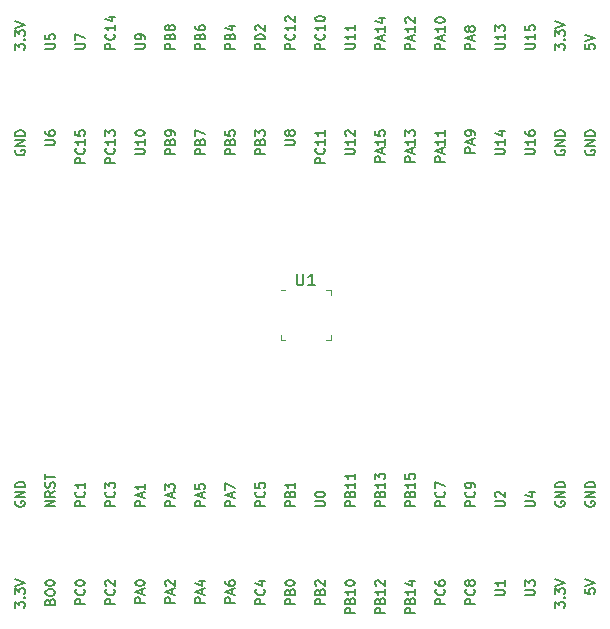
<source format=gbr>
G04 #@! TF.GenerationSoftware,KiCad,Pcbnew,6.0.4+dfsg-1+b1*
G04 #@! TF.CreationDate,2022-05-04T11:51:56+08:00*
G04 #@! TF.ProjectId,test,74657374-2e6b-4696-9361-645f70636258,rev?*
G04 #@! TF.SameCoordinates,Original*
G04 #@! TF.FileFunction,Legend,Top*
G04 #@! TF.FilePolarity,Positive*
%FSLAX46Y46*%
G04 Gerber Fmt 4.6, Leading zero omitted, Abs format (unit mm)*
G04 Created by KiCad (PCBNEW 6.0.4+dfsg-1+b1) date 2022-05-04 11:51:56*
%MOMM*%
%LPD*%
G01*
G04 APERTURE LIST*
%ADD10C,0.150000*%
%ADD11C,0.120000*%
G04 APERTURE END LIST*
D10*
G04 #@! TO.C,U1*
X132588095Y-85402380D02*
X132588095Y-86211904D01*
X132635714Y-86307142D01*
X132683333Y-86354761D01*
X132778571Y-86402380D01*
X132969047Y-86402380D01*
X133064285Y-86354761D01*
X133111904Y-86307142D01*
X133159523Y-86211904D01*
X133159523Y-85402380D01*
X134159523Y-86402380D02*
X133588095Y-86402380D01*
X133873809Y-86402380D02*
X133873809Y-85402380D01*
X133778571Y-85545238D01*
X133683333Y-85640476D01*
X133588095Y-85688095D01*
G04 #@! TO.C,J1*
X149421904Y-112632023D02*
X150069523Y-112632023D01*
X150145714Y-112593928D01*
X150183809Y-112555833D01*
X150221904Y-112479642D01*
X150221904Y-112327261D01*
X150183809Y-112251071D01*
X150145714Y-112212976D01*
X150069523Y-112174880D01*
X149421904Y-112174880D01*
X150221904Y-111374880D02*
X150221904Y-111832023D01*
X150221904Y-111603452D02*
X149421904Y-111603452D01*
X149536190Y-111679642D01*
X149612380Y-111755833D01*
X149650476Y-111832023D01*
X149421904Y-105122023D02*
X150069523Y-105122023D01*
X150145714Y-105083928D01*
X150183809Y-105045833D01*
X150221904Y-104969642D01*
X150221904Y-104817261D01*
X150183809Y-104741071D01*
X150145714Y-104702976D01*
X150069523Y-104664880D01*
X149421904Y-104664880D01*
X149498095Y-104322023D02*
X149460000Y-104283928D01*
X149421904Y-104207738D01*
X149421904Y-104017261D01*
X149460000Y-103941071D01*
X149498095Y-103902976D01*
X149574285Y-103864880D01*
X149650476Y-103864880D01*
X149764761Y-103902976D01*
X150221904Y-104360119D01*
X150221904Y-103864880D01*
X129901904Y-113393928D02*
X129101904Y-113393928D01*
X129101904Y-113089166D01*
X129140000Y-113012976D01*
X129178095Y-112974880D01*
X129254285Y-112936785D01*
X129368571Y-112936785D01*
X129444761Y-112974880D01*
X129482857Y-113012976D01*
X129520952Y-113089166D01*
X129520952Y-113393928D01*
X129825714Y-112136785D02*
X129863809Y-112174880D01*
X129901904Y-112289166D01*
X129901904Y-112365357D01*
X129863809Y-112479642D01*
X129787619Y-112555833D01*
X129711428Y-112593928D01*
X129559047Y-112632023D01*
X129444761Y-112632023D01*
X129292380Y-112593928D01*
X129216190Y-112555833D01*
X129140000Y-112479642D01*
X129101904Y-112365357D01*
X129101904Y-112289166D01*
X129140000Y-112174880D01*
X129178095Y-112136785D01*
X129368571Y-111451071D02*
X129901904Y-111451071D01*
X129063809Y-111641547D02*
X129635238Y-111832023D01*
X129635238Y-111336785D01*
X117201904Y-66387023D02*
X116401904Y-66387023D01*
X116401904Y-66082261D01*
X116440000Y-66006071D01*
X116478095Y-65967976D01*
X116554285Y-65929880D01*
X116668571Y-65929880D01*
X116744761Y-65967976D01*
X116782857Y-66006071D01*
X116820952Y-66082261D01*
X116820952Y-66387023D01*
X117125714Y-65129880D02*
X117163809Y-65167976D01*
X117201904Y-65282261D01*
X117201904Y-65358452D01*
X117163809Y-65472738D01*
X117087619Y-65548928D01*
X117011428Y-65587023D01*
X116859047Y-65625119D01*
X116744761Y-65625119D01*
X116592380Y-65587023D01*
X116516190Y-65548928D01*
X116440000Y-65472738D01*
X116401904Y-65358452D01*
X116401904Y-65282261D01*
X116440000Y-65167976D01*
X116478095Y-65129880D01*
X117201904Y-64367976D02*
X117201904Y-64825119D01*
X117201904Y-64596547D02*
X116401904Y-64596547D01*
X116516190Y-64672738D01*
X116592380Y-64748928D01*
X116630476Y-64825119D01*
X116668571Y-63682261D02*
X117201904Y-63682261D01*
X116363809Y-63872738D02*
X116935238Y-64063214D01*
X116935238Y-63567976D01*
X147681904Y-75179642D02*
X146881904Y-75179642D01*
X146881904Y-74874880D01*
X146920000Y-74798690D01*
X146958095Y-74760595D01*
X147034285Y-74722500D01*
X147148571Y-74722500D01*
X147224761Y-74760595D01*
X147262857Y-74798690D01*
X147300952Y-74874880D01*
X147300952Y-75179642D01*
X147453333Y-74417738D02*
X147453333Y-74036785D01*
X147681904Y-74493928D02*
X146881904Y-74227261D01*
X147681904Y-73960595D01*
X147681904Y-73655833D02*
X147681904Y-73503452D01*
X147643809Y-73427261D01*
X147605714Y-73389166D01*
X147491428Y-73312976D01*
X147339047Y-73274880D01*
X147034285Y-73274880D01*
X146958095Y-73312976D01*
X146920000Y-73351071D01*
X146881904Y-73427261D01*
X146881904Y-73579642D01*
X146920000Y-73655833D01*
X146958095Y-73693928D01*
X147034285Y-73732023D01*
X147224761Y-73732023D01*
X147300952Y-73693928D01*
X147339047Y-73655833D01*
X147377142Y-73579642D01*
X147377142Y-73427261D01*
X147339047Y-73351071D01*
X147300952Y-73312976D01*
X147224761Y-73274880D01*
X134181904Y-105122023D02*
X134829523Y-105122023D01*
X134905714Y-105083928D01*
X134943809Y-105045833D01*
X134981904Y-104969642D01*
X134981904Y-104817261D01*
X134943809Y-104741071D01*
X134905714Y-104702976D01*
X134829523Y-104664880D01*
X134181904Y-104664880D01*
X134181904Y-104131547D02*
X134181904Y-104055357D01*
X134220000Y-103979166D01*
X134258095Y-103941071D01*
X134334285Y-103902976D01*
X134486666Y-103864880D01*
X134677142Y-103864880D01*
X134829523Y-103902976D01*
X134905714Y-103941071D01*
X134943809Y-103979166D01*
X134981904Y-104055357D01*
X134981904Y-104131547D01*
X134943809Y-104207738D01*
X134905714Y-104245833D01*
X134829523Y-104283928D01*
X134677142Y-104322023D01*
X134486666Y-104322023D01*
X134334285Y-104283928D01*
X134258095Y-104245833D01*
X134220000Y-104207738D01*
X134181904Y-104131547D01*
X132441904Y-113393928D02*
X131641904Y-113393928D01*
X131641904Y-113089166D01*
X131680000Y-113012976D01*
X131718095Y-112974880D01*
X131794285Y-112936785D01*
X131908571Y-112936785D01*
X131984761Y-112974880D01*
X132022857Y-113012976D01*
X132060952Y-113089166D01*
X132060952Y-113393928D01*
X132022857Y-112327261D02*
X132060952Y-112212976D01*
X132099047Y-112174880D01*
X132175238Y-112136785D01*
X132289523Y-112136785D01*
X132365714Y-112174880D01*
X132403809Y-112212976D01*
X132441904Y-112289166D01*
X132441904Y-112593928D01*
X131641904Y-112593928D01*
X131641904Y-112327261D01*
X131680000Y-112251071D01*
X131718095Y-112212976D01*
X131794285Y-112174880D01*
X131870476Y-112174880D01*
X131946666Y-112212976D01*
X131984761Y-112251071D01*
X132022857Y-112327261D01*
X132022857Y-112593928D01*
X131641904Y-111641547D02*
X131641904Y-111565357D01*
X131680000Y-111489166D01*
X131718095Y-111451071D01*
X131794285Y-111412976D01*
X131946666Y-111374880D01*
X132137142Y-111374880D01*
X132289523Y-111412976D01*
X132365714Y-111451071D01*
X132403809Y-111489166D01*
X132441904Y-111565357D01*
X132441904Y-111641547D01*
X132403809Y-111717738D01*
X132365714Y-111755833D01*
X132289523Y-111793928D01*
X132137142Y-111832023D01*
X131946666Y-111832023D01*
X131794285Y-111793928D01*
X131718095Y-111755833D01*
X131680000Y-111717738D01*
X131641904Y-111641547D01*
X140061904Y-114155833D02*
X139261904Y-114155833D01*
X139261904Y-113851071D01*
X139300000Y-113774880D01*
X139338095Y-113736785D01*
X139414285Y-113698690D01*
X139528571Y-113698690D01*
X139604761Y-113736785D01*
X139642857Y-113774880D01*
X139680952Y-113851071D01*
X139680952Y-114155833D01*
X139642857Y-113089166D02*
X139680952Y-112974880D01*
X139719047Y-112936785D01*
X139795238Y-112898690D01*
X139909523Y-112898690D01*
X139985714Y-112936785D01*
X140023809Y-112974880D01*
X140061904Y-113051071D01*
X140061904Y-113355833D01*
X139261904Y-113355833D01*
X139261904Y-113089166D01*
X139300000Y-113012976D01*
X139338095Y-112974880D01*
X139414285Y-112936785D01*
X139490476Y-112936785D01*
X139566666Y-112974880D01*
X139604761Y-113012976D01*
X139642857Y-113089166D01*
X139642857Y-113355833D01*
X140061904Y-112136785D02*
X140061904Y-112593928D01*
X140061904Y-112365357D02*
X139261904Y-112365357D01*
X139376190Y-112441547D01*
X139452380Y-112517738D01*
X139490476Y-112593928D01*
X139338095Y-111832023D02*
X139300000Y-111793928D01*
X139261904Y-111717738D01*
X139261904Y-111527261D01*
X139300000Y-111451071D01*
X139338095Y-111412976D01*
X139414285Y-111374880D01*
X139490476Y-111374880D01*
X139604761Y-111412976D01*
X140061904Y-111870119D01*
X140061904Y-111374880D01*
X134981904Y-113393928D02*
X134181904Y-113393928D01*
X134181904Y-113089166D01*
X134220000Y-113012976D01*
X134258095Y-112974880D01*
X134334285Y-112936785D01*
X134448571Y-112936785D01*
X134524761Y-112974880D01*
X134562857Y-113012976D01*
X134600952Y-113089166D01*
X134600952Y-113393928D01*
X134562857Y-112327261D02*
X134600952Y-112212976D01*
X134639047Y-112174880D01*
X134715238Y-112136785D01*
X134829523Y-112136785D01*
X134905714Y-112174880D01*
X134943809Y-112212976D01*
X134981904Y-112289166D01*
X134981904Y-112593928D01*
X134181904Y-112593928D01*
X134181904Y-112327261D01*
X134220000Y-112251071D01*
X134258095Y-112212976D01*
X134334285Y-112174880D01*
X134410476Y-112174880D01*
X134486666Y-112212976D01*
X134524761Y-112251071D01*
X134562857Y-112327261D01*
X134562857Y-112593928D01*
X134258095Y-111832023D02*
X134220000Y-111793928D01*
X134181904Y-111717738D01*
X134181904Y-111527261D01*
X134220000Y-111451071D01*
X134258095Y-111412976D01*
X134334285Y-111374880D01*
X134410476Y-111374880D01*
X134524761Y-111412976D01*
X134981904Y-111870119D01*
X134981904Y-111374880D01*
X147681904Y-105122023D02*
X146881904Y-105122023D01*
X146881904Y-104817261D01*
X146920000Y-104741071D01*
X146958095Y-104702976D01*
X147034285Y-104664880D01*
X147148571Y-104664880D01*
X147224761Y-104702976D01*
X147262857Y-104741071D01*
X147300952Y-104817261D01*
X147300952Y-105122023D01*
X147605714Y-103864880D02*
X147643809Y-103902976D01*
X147681904Y-104017261D01*
X147681904Y-104093452D01*
X147643809Y-104207738D01*
X147567619Y-104283928D01*
X147491428Y-104322023D01*
X147339047Y-104360119D01*
X147224761Y-104360119D01*
X147072380Y-104322023D01*
X146996190Y-104283928D01*
X146920000Y-104207738D01*
X146881904Y-104093452D01*
X146881904Y-104017261D01*
X146920000Y-103902976D01*
X146958095Y-103864880D01*
X147681904Y-103483928D02*
X147681904Y-103331547D01*
X147643809Y-103255357D01*
X147605714Y-103217261D01*
X147491428Y-103141071D01*
X147339047Y-103102976D01*
X147034285Y-103102976D01*
X146958095Y-103141071D01*
X146920000Y-103179166D01*
X146881904Y-103255357D01*
X146881904Y-103407738D01*
X146920000Y-103483928D01*
X146958095Y-103522023D01*
X147034285Y-103560119D01*
X147224761Y-103560119D01*
X147300952Y-103522023D01*
X147339047Y-103483928D01*
X147377142Y-103407738D01*
X147377142Y-103255357D01*
X147339047Y-103179166D01*
X147300952Y-103141071D01*
X147224761Y-103102976D01*
X127361904Y-66387023D02*
X126561904Y-66387023D01*
X126561904Y-66082261D01*
X126600000Y-66006071D01*
X126638095Y-65967976D01*
X126714285Y-65929880D01*
X126828571Y-65929880D01*
X126904761Y-65967976D01*
X126942857Y-66006071D01*
X126980952Y-66082261D01*
X126980952Y-66387023D01*
X126942857Y-65320357D02*
X126980952Y-65206071D01*
X127019047Y-65167976D01*
X127095238Y-65129880D01*
X127209523Y-65129880D01*
X127285714Y-65167976D01*
X127323809Y-65206071D01*
X127361904Y-65282261D01*
X127361904Y-65587023D01*
X126561904Y-65587023D01*
X126561904Y-65320357D01*
X126600000Y-65244166D01*
X126638095Y-65206071D01*
X126714285Y-65167976D01*
X126790476Y-65167976D01*
X126866666Y-65206071D01*
X126904761Y-65244166D01*
X126942857Y-65320357D01*
X126942857Y-65587023D01*
X126828571Y-64444166D02*
X127361904Y-64444166D01*
X126523809Y-64634642D02*
X127095238Y-64825119D01*
X127095238Y-64329880D01*
X119741904Y-113279642D02*
X118941904Y-113279642D01*
X118941904Y-112974880D01*
X118980000Y-112898690D01*
X119018095Y-112860595D01*
X119094285Y-112822500D01*
X119208571Y-112822500D01*
X119284761Y-112860595D01*
X119322857Y-112898690D01*
X119360952Y-112974880D01*
X119360952Y-113279642D01*
X119513333Y-112517738D02*
X119513333Y-112136785D01*
X119741904Y-112593928D02*
X118941904Y-112327261D01*
X119741904Y-112060595D01*
X118941904Y-111641547D02*
X118941904Y-111565357D01*
X118980000Y-111489166D01*
X119018095Y-111451071D01*
X119094285Y-111412976D01*
X119246666Y-111374880D01*
X119437142Y-111374880D01*
X119589523Y-111412976D01*
X119665714Y-111451071D01*
X119703809Y-111489166D01*
X119741904Y-111565357D01*
X119741904Y-111641547D01*
X119703809Y-111717738D01*
X119665714Y-111755833D01*
X119589523Y-111793928D01*
X119437142Y-111832023D01*
X119246666Y-111832023D01*
X119094285Y-111793928D01*
X119018095Y-111755833D01*
X118980000Y-111717738D01*
X118941904Y-111641547D01*
X149421904Y-75293928D02*
X150069523Y-75293928D01*
X150145714Y-75255833D01*
X150183809Y-75217738D01*
X150221904Y-75141547D01*
X150221904Y-74989166D01*
X150183809Y-74912976D01*
X150145714Y-74874880D01*
X150069523Y-74836785D01*
X149421904Y-74836785D01*
X150221904Y-74036785D02*
X150221904Y-74493928D01*
X150221904Y-74265357D02*
X149421904Y-74265357D01*
X149536190Y-74341547D01*
X149612380Y-74417738D01*
X149650476Y-74493928D01*
X149688571Y-73351071D02*
X150221904Y-73351071D01*
X149383809Y-73541547D02*
X149955238Y-73732023D01*
X149955238Y-73236785D01*
X140061904Y-75941547D02*
X139261904Y-75941547D01*
X139261904Y-75636785D01*
X139300000Y-75560595D01*
X139338095Y-75522500D01*
X139414285Y-75484404D01*
X139528571Y-75484404D01*
X139604761Y-75522500D01*
X139642857Y-75560595D01*
X139680952Y-75636785D01*
X139680952Y-75941547D01*
X139833333Y-75179642D02*
X139833333Y-74798690D01*
X140061904Y-75255833D02*
X139261904Y-74989166D01*
X140061904Y-74722500D01*
X140061904Y-74036785D02*
X140061904Y-74493928D01*
X140061904Y-74265357D02*
X139261904Y-74265357D01*
X139376190Y-74341547D01*
X139452380Y-74417738D01*
X139490476Y-74493928D01*
X139261904Y-73312976D02*
X139261904Y-73693928D01*
X139642857Y-73732023D01*
X139604761Y-73693928D01*
X139566666Y-73617738D01*
X139566666Y-73427261D01*
X139604761Y-73351071D01*
X139642857Y-73312976D01*
X139719047Y-73274880D01*
X139909523Y-73274880D01*
X139985714Y-73312976D01*
X140023809Y-73351071D01*
X140061904Y-73427261D01*
X140061904Y-73617738D01*
X140023809Y-73693928D01*
X139985714Y-73732023D01*
X154501904Y-113698690D02*
X154501904Y-113203452D01*
X154806666Y-113470119D01*
X154806666Y-113355833D01*
X154844761Y-113279642D01*
X154882857Y-113241547D01*
X154959047Y-113203452D01*
X155149523Y-113203452D01*
X155225714Y-113241547D01*
X155263809Y-113279642D01*
X155301904Y-113355833D01*
X155301904Y-113584404D01*
X155263809Y-113660595D01*
X155225714Y-113698690D01*
X155225714Y-112860595D02*
X155263809Y-112822500D01*
X155301904Y-112860595D01*
X155263809Y-112898690D01*
X155225714Y-112860595D01*
X155301904Y-112860595D01*
X154501904Y-112555833D02*
X154501904Y-112060595D01*
X154806666Y-112327261D01*
X154806666Y-112212976D01*
X154844761Y-112136785D01*
X154882857Y-112098690D01*
X154959047Y-112060595D01*
X155149523Y-112060595D01*
X155225714Y-112098690D01*
X155263809Y-112136785D01*
X155301904Y-112212976D01*
X155301904Y-112441547D01*
X155263809Y-112517738D01*
X155225714Y-112555833D01*
X154501904Y-111832023D02*
X155301904Y-111565357D01*
X154501904Y-111298690D01*
X131641904Y-74532023D02*
X132289523Y-74532023D01*
X132365714Y-74493928D01*
X132403809Y-74455833D01*
X132441904Y-74379642D01*
X132441904Y-74227261D01*
X132403809Y-74151071D01*
X132365714Y-74112976D01*
X132289523Y-74074880D01*
X131641904Y-74074880D01*
X131984761Y-73579642D02*
X131946666Y-73655833D01*
X131908571Y-73693928D01*
X131832380Y-73732023D01*
X131794285Y-73732023D01*
X131718095Y-73693928D01*
X131680000Y-73655833D01*
X131641904Y-73579642D01*
X131641904Y-73427261D01*
X131680000Y-73351071D01*
X131718095Y-73312976D01*
X131794285Y-73274880D01*
X131832380Y-73274880D01*
X131908571Y-73312976D01*
X131946666Y-73351071D01*
X131984761Y-73427261D01*
X131984761Y-73579642D01*
X132022857Y-73655833D01*
X132060952Y-73693928D01*
X132137142Y-73732023D01*
X132289523Y-73732023D01*
X132365714Y-73693928D01*
X132403809Y-73655833D01*
X132441904Y-73579642D01*
X132441904Y-73427261D01*
X132403809Y-73351071D01*
X132365714Y-73312976D01*
X132289523Y-73274880D01*
X132137142Y-73274880D01*
X132060952Y-73312976D01*
X132022857Y-73351071D01*
X131984761Y-73427261D01*
X157041904Y-112098690D02*
X157041904Y-112479642D01*
X157422857Y-112517738D01*
X157384761Y-112479642D01*
X157346666Y-112403452D01*
X157346666Y-112212976D01*
X157384761Y-112136785D01*
X157422857Y-112098690D01*
X157499047Y-112060595D01*
X157689523Y-112060595D01*
X157765714Y-112098690D01*
X157803809Y-112136785D01*
X157841904Y-112212976D01*
X157841904Y-112403452D01*
X157803809Y-112479642D01*
X157765714Y-112517738D01*
X157041904Y-111832023D02*
X157841904Y-111565357D01*
X157041904Y-111298690D01*
X127361904Y-75293928D02*
X126561904Y-75293928D01*
X126561904Y-74989166D01*
X126600000Y-74912976D01*
X126638095Y-74874880D01*
X126714285Y-74836785D01*
X126828571Y-74836785D01*
X126904761Y-74874880D01*
X126942857Y-74912976D01*
X126980952Y-74989166D01*
X126980952Y-75293928D01*
X126942857Y-74227261D02*
X126980952Y-74112976D01*
X127019047Y-74074880D01*
X127095238Y-74036785D01*
X127209523Y-74036785D01*
X127285714Y-74074880D01*
X127323809Y-74112976D01*
X127361904Y-74189166D01*
X127361904Y-74493928D01*
X126561904Y-74493928D01*
X126561904Y-74227261D01*
X126600000Y-74151071D01*
X126638095Y-74112976D01*
X126714285Y-74074880D01*
X126790476Y-74074880D01*
X126866666Y-74112976D01*
X126904761Y-74151071D01*
X126942857Y-74227261D01*
X126942857Y-74493928D01*
X126561904Y-73312976D02*
X126561904Y-73693928D01*
X126942857Y-73732023D01*
X126904761Y-73693928D01*
X126866666Y-73617738D01*
X126866666Y-73427261D01*
X126904761Y-73351071D01*
X126942857Y-73312976D01*
X127019047Y-73274880D01*
X127209523Y-73274880D01*
X127285714Y-73312976D01*
X127323809Y-73351071D01*
X127361904Y-73427261D01*
X127361904Y-73617738D01*
X127323809Y-73693928D01*
X127285714Y-73732023D01*
X114661904Y-113393928D02*
X113861904Y-113393928D01*
X113861904Y-113089166D01*
X113900000Y-113012976D01*
X113938095Y-112974880D01*
X114014285Y-112936785D01*
X114128571Y-112936785D01*
X114204761Y-112974880D01*
X114242857Y-113012976D01*
X114280952Y-113089166D01*
X114280952Y-113393928D01*
X114585714Y-112136785D02*
X114623809Y-112174880D01*
X114661904Y-112289166D01*
X114661904Y-112365357D01*
X114623809Y-112479642D01*
X114547619Y-112555833D01*
X114471428Y-112593928D01*
X114319047Y-112632023D01*
X114204761Y-112632023D01*
X114052380Y-112593928D01*
X113976190Y-112555833D01*
X113900000Y-112479642D01*
X113861904Y-112365357D01*
X113861904Y-112289166D01*
X113900000Y-112174880D01*
X113938095Y-112136785D01*
X113861904Y-111641547D02*
X113861904Y-111565357D01*
X113900000Y-111489166D01*
X113938095Y-111451071D01*
X114014285Y-111412976D01*
X114166666Y-111374880D01*
X114357142Y-111374880D01*
X114509523Y-111412976D01*
X114585714Y-111451071D01*
X114623809Y-111489166D01*
X114661904Y-111565357D01*
X114661904Y-111641547D01*
X114623809Y-111717738D01*
X114585714Y-111755833D01*
X114509523Y-111793928D01*
X114357142Y-111832023D01*
X114166666Y-111832023D01*
X114014285Y-111793928D01*
X113938095Y-111755833D01*
X113900000Y-111717738D01*
X113861904Y-111641547D01*
X118941904Y-75293928D02*
X119589523Y-75293928D01*
X119665714Y-75255833D01*
X119703809Y-75217738D01*
X119741904Y-75141547D01*
X119741904Y-74989166D01*
X119703809Y-74912976D01*
X119665714Y-74874880D01*
X119589523Y-74836785D01*
X118941904Y-74836785D01*
X119741904Y-74036785D02*
X119741904Y-74493928D01*
X119741904Y-74265357D02*
X118941904Y-74265357D01*
X119056190Y-74341547D01*
X119132380Y-74417738D01*
X119170476Y-74493928D01*
X118941904Y-73541547D02*
X118941904Y-73465357D01*
X118980000Y-73389166D01*
X119018095Y-73351071D01*
X119094285Y-73312976D01*
X119246666Y-73274880D01*
X119437142Y-73274880D01*
X119589523Y-73312976D01*
X119665714Y-73351071D01*
X119703809Y-73389166D01*
X119741904Y-73465357D01*
X119741904Y-73541547D01*
X119703809Y-73617738D01*
X119665714Y-73655833D01*
X119589523Y-73693928D01*
X119437142Y-73732023D01*
X119246666Y-73732023D01*
X119094285Y-73693928D01*
X119018095Y-73655833D01*
X118980000Y-73617738D01*
X118941904Y-73541547D01*
X113861904Y-66387023D02*
X114509523Y-66387023D01*
X114585714Y-66348928D01*
X114623809Y-66310833D01*
X114661904Y-66234642D01*
X114661904Y-66082261D01*
X114623809Y-66006071D01*
X114585714Y-65967976D01*
X114509523Y-65929880D01*
X113861904Y-65929880D01*
X113861904Y-65625119D02*
X113861904Y-65091785D01*
X114661904Y-65434642D01*
X151961904Y-112632023D02*
X152609523Y-112632023D01*
X152685714Y-112593928D01*
X152723809Y-112555833D01*
X152761904Y-112479642D01*
X152761904Y-112327261D01*
X152723809Y-112251071D01*
X152685714Y-112212976D01*
X152609523Y-112174880D01*
X151961904Y-112174880D01*
X151961904Y-111870119D02*
X151961904Y-111374880D01*
X152266666Y-111641547D01*
X152266666Y-111527261D01*
X152304761Y-111451071D01*
X152342857Y-111412976D01*
X152419047Y-111374880D01*
X152609523Y-111374880D01*
X152685714Y-111412976D01*
X152723809Y-111451071D01*
X152761904Y-111527261D01*
X152761904Y-111755833D01*
X152723809Y-111832023D01*
X152685714Y-111870119D01*
X124821904Y-105122023D02*
X124021904Y-105122023D01*
X124021904Y-104817261D01*
X124060000Y-104741071D01*
X124098095Y-104702976D01*
X124174285Y-104664880D01*
X124288571Y-104664880D01*
X124364761Y-104702976D01*
X124402857Y-104741071D01*
X124440952Y-104817261D01*
X124440952Y-105122023D01*
X124593333Y-104360119D02*
X124593333Y-103979166D01*
X124821904Y-104436309D02*
X124021904Y-104169642D01*
X124821904Y-103902976D01*
X124021904Y-103255357D02*
X124021904Y-103636309D01*
X124402857Y-103674404D01*
X124364761Y-103636309D01*
X124326666Y-103560119D01*
X124326666Y-103369642D01*
X124364761Y-103293452D01*
X124402857Y-103255357D01*
X124479047Y-103217261D01*
X124669523Y-103217261D01*
X124745714Y-103255357D01*
X124783809Y-103293452D01*
X124821904Y-103369642D01*
X124821904Y-103560119D01*
X124783809Y-103636309D01*
X124745714Y-103674404D01*
X129901904Y-105122023D02*
X129101904Y-105122023D01*
X129101904Y-104817261D01*
X129140000Y-104741071D01*
X129178095Y-104702976D01*
X129254285Y-104664880D01*
X129368571Y-104664880D01*
X129444761Y-104702976D01*
X129482857Y-104741071D01*
X129520952Y-104817261D01*
X129520952Y-105122023D01*
X129825714Y-103864880D02*
X129863809Y-103902976D01*
X129901904Y-104017261D01*
X129901904Y-104093452D01*
X129863809Y-104207738D01*
X129787619Y-104283928D01*
X129711428Y-104322023D01*
X129559047Y-104360119D01*
X129444761Y-104360119D01*
X129292380Y-104322023D01*
X129216190Y-104283928D01*
X129140000Y-104207738D01*
X129101904Y-104093452D01*
X129101904Y-104017261D01*
X129140000Y-103902976D01*
X129178095Y-103864880D01*
X129101904Y-103141071D02*
X129101904Y-103522023D01*
X129482857Y-103560119D01*
X129444761Y-103522023D01*
X129406666Y-103445833D01*
X129406666Y-103255357D01*
X129444761Y-103179166D01*
X129482857Y-103141071D01*
X129559047Y-103102976D01*
X129749523Y-103102976D01*
X129825714Y-103141071D01*
X129863809Y-103179166D01*
X129901904Y-103255357D01*
X129901904Y-103445833D01*
X129863809Y-103522023D01*
X129825714Y-103560119D01*
X145141904Y-75941547D02*
X144341904Y-75941547D01*
X144341904Y-75636785D01*
X144380000Y-75560595D01*
X144418095Y-75522500D01*
X144494285Y-75484404D01*
X144608571Y-75484404D01*
X144684761Y-75522500D01*
X144722857Y-75560595D01*
X144760952Y-75636785D01*
X144760952Y-75941547D01*
X144913333Y-75179642D02*
X144913333Y-74798690D01*
X145141904Y-75255833D02*
X144341904Y-74989166D01*
X145141904Y-74722500D01*
X145141904Y-74036785D02*
X145141904Y-74493928D01*
X145141904Y-74265357D02*
X144341904Y-74265357D01*
X144456190Y-74341547D01*
X144532380Y-74417738D01*
X144570476Y-74493928D01*
X145141904Y-73274880D02*
X145141904Y-73732023D01*
X145141904Y-73503452D02*
X144341904Y-73503452D01*
X144456190Y-73579642D01*
X144532380Y-73655833D01*
X144570476Y-73732023D01*
X124821904Y-66387023D02*
X124021904Y-66387023D01*
X124021904Y-66082261D01*
X124060000Y-66006071D01*
X124098095Y-65967976D01*
X124174285Y-65929880D01*
X124288571Y-65929880D01*
X124364761Y-65967976D01*
X124402857Y-66006071D01*
X124440952Y-66082261D01*
X124440952Y-66387023D01*
X124402857Y-65320357D02*
X124440952Y-65206071D01*
X124479047Y-65167976D01*
X124555238Y-65129880D01*
X124669523Y-65129880D01*
X124745714Y-65167976D01*
X124783809Y-65206071D01*
X124821904Y-65282261D01*
X124821904Y-65587023D01*
X124021904Y-65587023D01*
X124021904Y-65320357D01*
X124060000Y-65244166D01*
X124098095Y-65206071D01*
X124174285Y-65167976D01*
X124250476Y-65167976D01*
X124326666Y-65206071D01*
X124364761Y-65244166D01*
X124402857Y-65320357D01*
X124402857Y-65587023D01*
X124021904Y-64444166D02*
X124021904Y-64596547D01*
X124060000Y-64672738D01*
X124098095Y-64710833D01*
X124212380Y-64787023D01*
X124364761Y-64825119D01*
X124669523Y-64825119D01*
X124745714Y-64787023D01*
X124783809Y-64748928D01*
X124821904Y-64672738D01*
X124821904Y-64520357D01*
X124783809Y-64444166D01*
X124745714Y-64406071D01*
X124669523Y-64367976D01*
X124479047Y-64367976D01*
X124402857Y-64406071D01*
X124364761Y-64444166D01*
X124326666Y-64520357D01*
X124326666Y-64672738D01*
X124364761Y-64748928D01*
X124402857Y-64787023D01*
X124479047Y-64825119D01*
X157080000Y-74951071D02*
X157041904Y-75027261D01*
X157041904Y-75141547D01*
X157080000Y-75255833D01*
X157156190Y-75332023D01*
X157232380Y-75370119D01*
X157384761Y-75408214D01*
X157499047Y-75408214D01*
X157651428Y-75370119D01*
X157727619Y-75332023D01*
X157803809Y-75255833D01*
X157841904Y-75141547D01*
X157841904Y-75065357D01*
X157803809Y-74951071D01*
X157765714Y-74912976D01*
X157499047Y-74912976D01*
X157499047Y-75065357D01*
X157841904Y-74570119D02*
X157041904Y-74570119D01*
X157841904Y-74112976D01*
X157041904Y-74112976D01*
X157841904Y-73732023D02*
X157041904Y-73732023D01*
X157041904Y-73541547D01*
X157080000Y-73427261D01*
X157156190Y-73351071D01*
X157232380Y-73312976D01*
X157384761Y-73274880D01*
X157499047Y-73274880D01*
X157651428Y-73312976D01*
X157727619Y-73351071D01*
X157803809Y-73427261D01*
X157841904Y-73541547D01*
X157841904Y-73732023D01*
X127361904Y-105122023D02*
X126561904Y-105122023D01*
X126561904Y-104817261D01*
X126600000Y-104741071D01*
X126638095Y-104702976D01*
X126714285Y-104664880D01*
X126828571Y-104664880D01*
X126904761Y-104702976D01*
X126942857Y-104741071D01*
X126980952Y-104817261D01*
X126980952Y-105122023D01*
X127133333Y-104360119D02*
X127133333Y-103979166D01*
X127361904Y-104436309D02*
X126561904Y-104169642D01*
X127361904Y-103902976D01*
X126561904Y-103712500D02*
X126561904Y-103179166D01*
X127361904Y-103522023D01*
X124821904Y-75293928D02*
X124021904Y-75293928D01*
X124021904Y-74989166D01*
X124060000Y-74912976D01*
X124098095Y-74874880D01*
X124174285Y-74836785D01*
X124288571Y-74836785D01*
X124364761Y-74874880D01*
X124402857Y-74912976D01*
X124440952Y-74989166D01*
X124440952Y-75293928D01*
X124402857Y-74227261D02*
X124440952Y-74112976D01*
X124479047Y-74074880D01*
X124555238Y-74036785D01*
X124669523Y-74036785D01*
X124745714Y-74074880D01*
X124783809Y-74112976D01*
X124821904Y-74189166D01*
X124821904Y-74493928D01*
X124021904Y-74493928D01*
X124021904Y-74227261D01*
X124060000Y-74151071D01*
X124098095Y-74112976D01*
X124174285Y-74074880D01*
X124250476Y-74074880D01*
X124326666Y-74112976D01*
X124364761Y-74151071D01*
X124402857Y-74227261D01*
X124402857Y-74493928D01*
X124021904Y-73770119D02*
X124021904Y-73236785D01*
X124821904Y-73579642D01*
X151961904Y-105122023D02*
X152609523Y-105122023D01*
X152685714Y-105083928D01*
X152723809Y-105045833D01*
X152761904Y-104969642D01*
X152761904Y-104817261D01*
X152723809Y-104741071D01*
X152685714Y-104702976D01*
X152609523Y-104664880D01*
X151961904Y-104664880D01*
X152228571Y-103941071D02*
X152761904Y-103941071D01*
X151923809Y-104131547D02*
X152495238Y-104322023D01*
X152495238Y-103826785D01*
X136721904Y-75293928D02*
X137369523Y-75293928D01*
X137445714Y-75255833D01*
X137483809Y-75217738D01*
X137521904Y-75141547D01*
X137521904Y-74989166D01*
X137483809Y-74912976D01*
X137445714Y-74874880D01*
X137369523Y-74836785D01*
X136721904Y-74836785D01*
X137521904Y-74036785D02*
X137521904Y-74493928D01*
X137521904Y-74265357D02*
X136721904Y-74265357D01*
X136836190Y-74341547D01*
X136912380Y-74417738D01*
X136950476Y-74493928D01*
X136798095Y-73732023D02*
X136760000Y-73693928D01*
X136721904Y-73617738D01*
X136721904Y-73427261D01*
X136760000Y-73351071D01*
X136798095Y-73312976D01*
X136874285Y-73274880D01*
X136950476Y-73274880D01*
X137064761Y-73312976D01*
X137521904Y-73770119D01*
X137521904Y-73274880D01*
X147681904Y-113393928D02*
X146881904Y-113393928D01*
X146881904Y-113089166D01*
X146920000Y-113012976D01*
X146958095Y-112974880D01*
X147034285Y-112936785D01*
X147148571Y-112936785D01*
X147224761Y-112974880D01*
X147262857Y-113012976D01*
X147300952Y-113089166D01*
X147300952Y-113393928D01*
X147605714Y-112136785D02*
X147643809Y-112174880D01*
X147681904Y-112289166D01*
X147681904Y-112365357D01*
X147643809Y-112479642D01*
X147567619Y-112555833D01*
X147491428Y-112593928D01*
X147339047Y-112632023D01*
X147224761Y-112632023D01*
X147072380Y-112593928D01*
X146996190Y-112555833D01*
X146920000Y-112479642D01*
X146881904Y-112365357D01*
X146881904Y-112289166D01*
X146920000Y-112174880D01*
X146958095Y-112136785D01*
X147224761Y-111679642D02*
X147186666Y-111755833D01*
X147148571Y-111793928D01*
X147072380Y-111832023D01*
X147034285Y-111832023D01*
X146958095Y-111793928D01*
X146920000Y-111755833D01*
X146881904Y-111679642D01*
X146881904Y-111527261D01*
X146920000Y-111451071D01*
X146958095Y-111412976D01*
X147034285Y-111374880D01*
X147072380Y-111374880D01*
X147148571Y-111412976D01*
X147186666Y-111451071D01*
X147224761Y-111527261D01*
X147224761Y-111679642D01*
X147262857Y-111755833D01*
X147300952Y-111793928D01*
X147377142Y-111832023D01*
X147529523Y-111832023D01*
X147605714Y-111793928D01*
X147643809Y-111755833D01*
X147681904Y-111679642D01*
X147681904Y-111527261D01*
X147643809Y-111451071D01*
X147605714Y-111412976D01*
X147529523Y-111374880D01*
X147377142Y-111374880D01*
X147300952Y-111412976D01*
X147262857Y-111451071D01*
X147224761Y-111527261D01*
X111321904Y-74532023D02*
X111969523Y-74532023D01*
X112045714Y-74493928D01*
X112083809Y-74455833D01*
X112121904Y-74379642D01*
X112121904Y-74227261D01*
X112083809Y-74151071D01*
X112045714Y-74112976D01*
X111969523Y-74074880D01*
X111321904Y-74074880D01*
X111321904Y-73351071D02*
X111321904Y-73503452D01*
X111360000Y-73579642D01*
X111398095Y-73617738D01*
X111512380Y-73693928D01*
X111664761Y-73732023D01*
X111969523Y-73732023D01*
X112045714Y-73693928D01*
X112083809Y-73655833D01*
X112121904Y-73579642D01*
X112121904Y-73427261D01*
X112083809Y-73351071D01*
X112045714Y-73312976D01*
X111969523Y-73274880D01*
X111779047Y-73274880D01*
X111702857Y-73312976D01*
X111664761Y-73351071D01*
X111626666Y-73427261D01*
X111626666Y-73579642D01*
X111664761Y-73655833D01*
X111702857Y-73693928D01*
X111779047Y-73732023D01*
X137521904Y-105122023D02*
X136721904Y-105122023D01*
X136721904Y-104817261D01*
X136760000Y-104741071D01*
X136798095Y-104702976D01*
X136874285Y-104664880D01*
X136988571Y-104664880D01*
X137064761Y-104702976D01*
X137102857Y-104741071D01*
X137140952Y-104817261D01*
X137140952Y-105122023D01*
X137102857Y-104055357D02*
X137140952Y-103941071D01*
X137179047Y-103902976D01*
X137255238Y-103864880D01*
X137369523Y-103864880D01*
X137445714Y-103902976D01*
X137483809Y-103941071D01*
X137521904Y-104017261D01*
X137521904Y-104322023D01*
X136721904Y-104322023D01*
X136721904Y-104055357D01*
X136760000Y-103979166D01*
X136798095Y-103941071D01*
X136874285Y-103902976D01*
X136950476Y-103902976D01*
X137026666Y-103941071D01*
X137064761Y-103979166D01*
X137102857Y-104055357D01*
X137102857Y-104322023D01*
X137521904Y-103102976D02*
X137521904Y-103560119D01*
X137521904Y-103331547D02*
X136721904Y-103331547D01*
X136836190Y-103407738D01*
X136912380Y-103483928D01*
X136950476Y-103560119D01*
X137521904Y-102341071D02*
X137521904Y-102798214D01*
X137521904Y-102569642D02*
X136721904Y-102569642D01*
X136836190Y-102645833D01*
X136912380Y-102722023D01*
X136950476Y-102798214D01*
X108781904Y-66463214D02*
X108781904Y-65967976D01*
X109086666Y-66234642D01*
X109086666Y-66120357D01*
X109124761Y-66044166D01*
X109162857Y-66006071D01*
X109239047Y-65967976D01*
X109429523Y-65967976D01*
X109505714Y-66006071D01*
X109543809Y-66044166D01*
X109581904Y-66120357D01*
X109581904Y-66348928D01*
X109543809Y-66425119D01*
X109505714Y-66463214D01*
X109505714Y-65625119D02*
X109543809Y-65587023D01*
X109581904Y-65625119D01*
X109543809Y-65663214D01*
X109505714Y-65625119D01*
X109581904Y-65625119D01*
X108781904Y-65320357D02*
X108781904Y-64825119D01*
X109086666Y-65091785D01*
X109086666Y-64977500D01*
X109124761Y-64901309D01*
X109162857Y-64863214D01*
X109239047Y-64825119D01*
X109429523Y-64825119D01*
X109505714Y-64863214D01*
X109543809Y-64901309D01*
X109581904Y-64977500D01*
X109581904Y-65206071D01*
X109543809Y-65282261D01*
X109505714Y-65320357D01*
X108781904Y-64596547D02*
X109581904Y-64329880D01*
X108781904Y-64063214D01*
X111702857Y-113165357D02*
X111740952Y-113051071D01*
X111779047Y-113012976D01*
X111855238Y-112974880D01*
X111969523Y-112974880D01*
X112045714Y-113012976D01*
X112083809Y-113051071D01*
X112121904Y-113127261D01*
X112121904Y-113432023D01*
X111321904Y-113432023D01*
X111321904Y-113165357D01*
X111360000Y-113089166D01*
X111398095Y-113051071D01*
X111474285Y-113012976D01*
X111550476Y-113012976D01*
X111626666Y-113051071D01*
X111664761Y-113089166D01*
X111702857Y-113165357D01*
X111702857Y-113432023D01*
X111321904Y-112479642D02*
X111321904Y-112327261D01*
X111360000Y-112251071D01*
X111436190Y-112174880D01*
X111588571Y-112136785D01*
X111855238Y-112136785D01*
X112007619Y-112174880D01*
X112083809Y-112251071D01*
X112121904Y-112327261D01*
X112121904Y-112479642D01*
X112083809Y-112555833D01*
X112007619Y-112632023D01*
X111855238Y-112670119D01*
X111588571Y-112670119D01*
X111436190Y-112632023D01*
X111360000Y-112555833D01*
X111321904Y-112479642D01*
X111321904Y-111641547D02*
X111321904Y-111565357D01*
X111360000Y-111489166D01*
X111398095Y-111451071D01*
X111474285Y-111412976D01*
X111626666Y-111374880D01*
X111817142Y-111374880D01*
X111969523Y-111412976D01*
X112045714Y-111451071D01*
X112083809Y-111489166D01*
X112121904Y-111565357D01*
X112121904Y-111641547D01*
X112083809Y-111717738D01*
X112045714Y-111755833D01*
X111969523Y-111793928D01*
X111817142Y-111832023D01*
X111626666Y-111832023D01*
X111474285Y-111793928D01*
X111398095Y-111755833D01*
X111360000Y-111717738D01*
X111321904Y-111641547D01*
X129901904Y-66387023D02*
X129101904Y-66387023D01*
X129101904Y-66082261D01*
X129140000Y-66006071D01*
X129178095Y-65967976D01*
X129254285Y-65929880D01*
X129368571Y-65929880D01*
X129444761Y-65967976D01*
X129482857Y-66006071D01*
X129520952Y-66082261D01*
X129520952Y-66387023D01*
X129901904Y-65587023D02*
X129101904Y-65587023D01*
X129101904Y-65396547D01*
X129140000Y-65282261D01*
X129216190Y-65206071D01*
X129292380Y-65167976D01*
X129444761Y-65129880D01*
X129559047Y-65129880D01*
X129711428Y-65167976D01*
X129787619Y-65206071D01*
X129863809Y-65282261D01*
X129901904Y-65396547D01*
X129901904Y-65587023D01*
X129178095Y-64825119D02*
X129140000Y-64787023D01*
X129101904Y-64710833D01*
X129101904Y-64520357D01*
X129140000Y-64444166D01*
X129178095Y-64406071D01*
X129254285Y-64367976D01*
X129330476Y-64367976D01*
X129444761Y-64406071D01*
X129901904Y-64863214D01*
X129901904Y-64367976D01*
X122281904Y-113279642D02*
X121481904Y-113279642D01*
X121481904Y-112974880D01*
X121520000Y-112898690D01*
X121558095Y-112860595D01*
X121634285Y-112822500D01*
X121748571Y-112822500D01*
X121824761Y-112860595D01*
X121862857Y-112898690D01*
X121900952Y-112974880D01*
X121900952Y-113279642D01*
X122053333Y-112517738D02*
X122053333Y-112136785D01*
X122281904Y-112593928D02*
X121481904Y-112327261D01*
X122281904Y-112060595D01*
X121558095Y-111832023D02*
X121520000Y-111793928D01*
X121481904Y-111717738D01*
X121481904Y-111527261D01*
X121520000Y-111451071D01*
X121558095Y-111412976D01*
X121634285Y-111374880D01*
X121710476Y-111374880D01*
X121824761Y-111412976D01*
X122281904Y-111870119D01*
X122281904Y-111374880D01*
X151961904Y-66387023D02*
X152609523Y-66387023D01*
X152685714Y-66348928D01*
X152723809Y-66310833D01*
X152761904Y-66234642D01*
X152761904Y-66082261D01*
X152723809Y-66006071D01*
X152685714Y-65967976D01*
X152609523Y-65929880D01*
X151961904Y-65929880D01*
X152761904Y-65129880D02*
X152761904Y-65587023D01*
X152761904Y-65358452D02*
X151961904Y-65358452D01*
X152076190Y-65434642D01*
X152152380Y-65510833D01*
X152190476Y-65587023D01*
X151961904Y-64406071D02*
X151961904Y-64787023D01*
X152342857Y-64825119D01*
X152304761Y-64787023D01*
X152266666Y-64710833D01*
X152266666Y-64520357D01*
X152304761Y-64444166D01*
X152342857Y-64406071D01*
X152419047Y-64367976D01*
X152609523Y-64367976D01*
X152685714Y-64406071D01*
X152723809Y-64444166D01*
X152761904Y-64520357D01*
X152761904Y-64710833D01*
X152723809Y-64787023D01*
X152685714Y-64825119D01*
X140061904Y-66387023D02*
X139261904Y-66387023D01*
X139261904Y-66082261D01*
X139300000Y-66006071D01*
X139338095Y-65967976D01*
X139414285Y-65929880D01*
X139528571Y-65929880D01*
X139604761Y-65967976D01*
X139642857Y-66006071D01*
X139680952Y-66082261D01*
X139680952Y-66387023D01*
X139833333Y-65625119D02*
X139833333Y-65244166D01*
X140061904Y-65701309D02*
X139261904Y-65434642D01*
X140061904Y-65167976D01*
X140061904Y-64482261D02*
X140061904Y-64939404D01*
X140061904Y-64710833D02*
X139261904Y-64710833D01*
X139376190Y-64787023D01*
X139452380Y-64863214D01*
X139490476Y-64939404D01*
X139528571Y-63796547D02*
X140061904Y-63796547D01*
X139223809Y-63987023D02*
X139795238Y-64177500D01*
X139795238Y-63682261D01*
X117201904Y-113393928D02*
X116401904Y-113393928D01*
X116401904Y-113089166D01*
X116440000Y-113012976D01*
X116478095Y-112974880D01*
X116554285Y-112936785D01*
X116668571Y-112936785D01*
X116744761Y-112974880D01*
X116782857Y-113012976D01*
X116820952Y-113089166D01*
X116820952Y-113393928D01*
X117125714Y-112136785D02*
X117163809Y-112174880D01*
X117201904Y-112289166D01*
X117201904Y-112365357D01*
X117163809Y-112479642D01*
X117087619Y-112555833D01*
X117011428Y-112593928D01*
X116859047Y-112632023D01*
X116744761Y-112632023D01*
X116592380Y-112593928D01*
X116516190Y-112555833D01*
X116440000Y-112479642D01*
X116401904Y-112365357D01*
X116401904Y-112289166D01*
X116440000Y-112174880D01*
X116478095Y-112136785D01*
X116478095Y-111832023D02*
X116440000Y-111793928D01*
X116401904Y-111717738D01*
X116401904Y-111527261D01*
X116440000Y-111451071D01*
X116478095Y-111412976D01*
X116554285Y-111374880D01*
X116630476Y-111374880D01*
X116744761Y-111412976D01*
X117201904Y-111870119D01*
X117201904Y-111374880D01*
X134981904Y-66387023D02*
X134181904Y-66387023D01*
X134181904Y-66082261D01*
X134220000Y-66006071D01*
X134258095Y-65967976D01*
X134334285Y-65929880D01*
X134448571Y-65929880D01*
X134524761Y-65967976D01*
X134562857Y-66006071D01*
X134600952Y-66082261D01*
X134600952Y-66387023D01*
X134905714Y-65129880D02*
X134943809Y-65167976D01*
X134981904Y-65282261D01*
X134981904Y-65358452D01*
X134943809Y-65472738D01*
X134867619Y-65548928D01*
X134791428Y-65587023D01*
X134639047Y-65625119D01*
X134524761Y-65625119D01*
X134372380Y-65587023D01*
X134296190Y-65548928D01*
X134220000Y-65472738D01*
X134181904Y-65358452D01*
X134181904Y-65282261D01*
X134220000Y-65167976D01*
X134258095Y-65129880D01*
X134981904Y-64367976D02*
X134981904Y-64825119D01*
X134981904Y-64596547D02*
X134181904Y-64596547D01*
X134296190Y-64672738D01*
X134372380Y-64748928D01*
X134410476Y-64825119D01*
X134181904Y-63872738D02*
X134181904Y-63796547D01*
X134220000Y-63720357D01*
X134258095Y-63682261D01*
X134334285Y-63644166D01*
X134486666Y-63606071D01*
X134677142Y-63606071D01*
X134829523Y-63644166D01*
X134905714Y-63682261D01*
X134943809Y-63720357D01*
X134981904Y-63796547D01*
X134981904Y-63872738D01*
X134943809Y-63948928D01*
X134905714Y-63987023D01*
X134829523Y-64025119D01*
X134677142Y-64063214D01*
X134486666Y-64063214D01*
X134334285Y-64025119D01*
X134258095Y-63987023D01*
X134220000Y-63948928D01*
X134181904Y-63872738D01*
X118941904Y-66387023D02*
X119589523Y-66387023D01*
X119665714Y-66348928D01*
X119703809Y-66310833D01*
X119741904Y-66234642D01*
X119741904Y-66082261D01*
X119703809Y-66006071D01*
X119665714Y-65967976D01*
X119589523Y-65929880D01*
X118941904Y-65929880D01*
X119741904Y-65510833D02*
X119741904Y-65358452D01*
X119703809Y-65282261D01*
X119665714Y-65244166D01*
X119551428Y-65167976D01*
X119399047Y-65129880D01*
X119094285Y-65129880D01*
X119018095Y-65167976D01*
X118980000Y-65206071D01*
X118941904Y-65282261D01*
X118941904Y-65434642D01*
X118980000Y-65510833D01*
X119018095Y-65548928D01*
X119094285Y-65587023D01*
X119284761Y-65587023D01*
X119360952Y-65548928D01*
X119399047Y-65510833D01*
X119437142Y-65434642D01*
X119437142Y-65282261D01*
X119399047Y-65206071D01*
X119360952Y-65167976D01*
X119284761Y-65129880D01*
X145141904Y-105122023D02*
X144341904Y-105122023D01*
X144341904Y-104817261D01*
X144380000Y-104741071D01*
X144418095Y-104702976D01*
X144494285Y-104664880D01*
X144608571Y-104664880D01*
X144684761Y-104702976D01*
X144722857Y-104741071D01*
X144760952Y-104817261D01*
X144760952Y-105122023D01*
X145065714Y-103864880D02*
X145103809Y-103902976D01*
X145141904Y-104017261D01*
X145141904Y-104093452D01*
X145103809Y-104207738D01*
X145027619Y-104283928D01*
X144951428Y-104322023D01*
X144799047Y-104360119D01*
X144684761Y-104360119D01*
X144532380Y-104322023D01*
X144456190Y-104283928D01*
X144380000Y-104207738D01*
X144341904Y-104093452D01*
X144341904Y-104017261D01*
X144380000Y-103902976D01*
X144418095Y-103864880D01*
X144341904Y-103598214D02*
X144341904Y-103064880D01*
X145141904Y-103407738D01*
X142601904Y-75941547D02*
X141801904Y-75941547D01*
X141801904Y-75636785D01*
X141840000Y-75560595D01*
X141878095Y-75522500D01*
X141954285Y-75484404D01*
X142068571Y-75484404D01*
X142144761Y-75522500D01*
X142182857Y-75560595D01*
X142220952Y-75636785D01*
X142220952Y-75941547D01*
X142373333Y-75179642D02*
X142373333Y-74798690D01*
X142601904Y-75255833D02*
X141801904Y-74989166D01*
X142601904Y-74722500D01*
X142601904Y-74036785D02*
X142601904Y-74493928D01*
X142601904Y-74265357D02*
X141801904Y-74265357D01*
X141916190Y-74341547D01*
X141992380Y-74417738D01*
X142030476Y-74493928D01*
X141801904Y-73770119D02*
X141801904Y-73274880D01*
X142106666Y-73541547D01*
X142106666Y-73427261D01*
X142144761Y-73351071D01*
X142182857Y-73312976D01*
X142259047Y-73274880D01*
X142449523Y-73274880D01*
X142525714Y-73312976D01*
X142563809Y-73351071D01*
X142601904Y-73427261D01*
X142601904Y-73655833D01*
X142563809Y-73732023D01*
X142525714Y-73770119D01*
X122281904Y-75293928D02*
X121481904Y-75293928D01*
X121481904Y-74989166D01*
X121520000Y-74912976D01*
X121558095Y-74874880D01*
X121634285Y-74836785D01*
X121748571Y-74836785D01*
X121824761Y-74874880D01*
X121862857Y-74912976D01*
X121900952Y-74989166D01*
X121900952Y-75293928D01*
X121862857Y-74227261D02*
X121900952Y-74112976D01*
X121939047Y-74074880D01*
X122015238Y-74036785D01*
X122129523Y-74036785D01*
X122205714Y-74074880D01*
X122243809Y-74112976D01*
X122281904Y-74189166D01*
X122281904Y-74493928D01*
X121481904Y-74493928D01*
X121481904Y-74227261D01*
X121520000Y-74151071D01*
X121558095Y-74112976D01*
X121634285Y-74074880D01*
X121710476Y-74074880D01*
X121786666Y-74112976D01*
X121824761Y-74151071D01*
X121862857Y-74227261D01*
X121862857Y-74493928D01*
X122281904Y-73655833D02*
X122281904Y-73503452D01*
X122243809Y-73427261D01*
X122205714Y-73389166D01*
X122091428Y-73312976D01*
X121939047Y-73274880D01*
X121634285Y-73274880D01*
X121558095Y-73312976D01*
X121520000Y-73351071D01*
X121481904Y-73427261D01*
X121481904Y-73579642D01*
X121520000Y-73655833D01*
X121558095Y-73693928D01*
X121634285Y-73732023D01*
X121824761Y-73732023D01*
X121900952Y-73693928D01*
X121939047Y-73655833D01*
X121977142Y-73579642D01*
X121977142Y-73427261D01*
X121939047Y-73351071D01*
X121900952Y-73312976D01*
X121824761Y-73274880D01*
X127361904Y-113279642D02*
X126561904Y-113279642D01*
X126561904Y-112974880D01*
X126600000Y-112898690D01*
X126638095Y-112860595D01*
X126714285Y-112822500D01*
X126828571Y-112822500D01*
X126904761Y-112860595D01*
X126942857Y-112898690D01*
X126980952Y-112974880D01*
X126980952Y-113279642D01*
X127133333Y-112517738D02*
X127133333Y-112136785D01*
X127361904Y-112593928D02*
X126561904Y-112327261D01*
X127361904Y-112060595D01*
X126561904Y-111451071D02*
X126561904Y-111603452D01*
X126600000Y-111679642D01*
X126638095Y-111717738D01*
X126752380Y-111793928D01*
X126904761Y-111832023D01*
X127209523Y-111832023D01*
X127285714Y-111793928D01*
X127323809Y-111755833D01*
X127361904Y-111679642D01*
X127361904Y-111527261D01*
X127323809Y-111451071D01*
X127285714Y-111412976D01*
X127209523Y-111374880D01*
X127019047Y-111374880D01*
X126942857Y-111412976D01*
X126904761Y-111451071D01*
X126866666Y-111527261D01*
X126866666Y-111679642D01*
X126904761Y-111755833D01*
X126942857Y-111793928D01*
X127019047Y-111832023D01*
X149421904Y-66387023D02*
X150069523Y-66387023D01*
X150145714Y-66348928D01*
X150183809Y-66310833D01*
X150221904Y-66234642D01*
X150221904Y-66082261D01*
X150183809Y-66006071D01*
X150145714Y-65967976D01*
X150069523Y-65929880D01*
X149421904Y-65929880D01*
X150221904Y-65129880D02*
X150221904Y-65587023D01*
X150221904Y-65358452D02*
X149421904Y-65358452D01*
X149536190Y-65434642D01*
X149612380Y-65510833D01*
X149650476Y-65587023D01*
X149421904Y-64863214D02*
X149421904Y-64367976D01*
X149726666Y-64634642D01*
X149726666Y-64520357D01*
X149764761Y-64444166D01*
X149802857Y-64406071D01*
X149879047Y-64367976D01*
X150069523Y-64367976D01*
X150145714Y-64406071D01*
X150183809Y-64444166D01*
X150221904Y-64520357D01*
X150221904Y-64748928D01*
X150183809Y-64825119D01*
X150145714Y-64863214D01*
X129901904Y-75293928D02*
X129101904Y-75293928D01*
X129101904Y-74989166D01*
X129140000Y-74912976D01*
X129178095Y-74874880D01*
X129254285Y-74836785D01*
X129368571Y-74836785D01*
X129444761Y-74874880D01*
X129482857Y-74912976D01*
X129520952Y-74989166D01*
X129520952Y-75293928D01*
X129482857Y-74227261D02*
X129520952Y-74112976D01*
X129559047Y-74074880D01*
X129635238Y-74036785D01*
X129749523Y-74036785D01*
X129825714Y-74074880D01*
X129863809Y-74112976D01*
X129901904Y-74189166D01*
X129901904Y-74493928D01*
X129101904Y-74493928D01*
X129101904Y-74227261D01*
X129140000Y-74151071D01*
X129178095Y-74112976D01*
X129254285Y-74074880D01*
X129330476Y-74074880D01*
X129406666Y-74112976D01*
X129444761Y-74151071D01*
X129482857Y-74227261D01*
X129482857Y-74493928D01*
X129101904Y-73770119D02*
X129101904Y-73274880D01*
X129406666Y-73541547D01*
X129406666Y-73427261D01*
X129444761Y-73351071D01*
X129482857Y-73312976D01*
X129559047Y-73274880D01*
X129749523Y-73274880D01*
X129825714Y-73312976D01*
X129863809Y-73351071D01*
X129901904Y-73427261D01*
X129901904Y-73655833D01*
X129863809Y-73732023D01*
X129825714Y-73770119D01*
X124821904Y-113279642D02*
X124021904Y-113279642D01*
X124021904Y-112974880D01*
X124060000Y-112898690D01*
X124098095Y-112860595D01*
X124174285Y-112822500D01*
X124288571Y-112822500D01*
X124364761Y-112860595D01*
X124402857Y-112898690D01*
X124440952Y-112974880D01*
X124440952Y-113279642D01*
X124593333Y-112517738D02*
X124593333Y-112136785D01*
X124821904Y-112593928D02*
X124021904Y-112327261D01*
X124821904Y-112060595D01*
X124288571Y-111451071D02*
X124821904Y-111451071D01*
X123983809Y-111641547D02*
X124555238Y-111832023D01*
X124555238Y-111336785D01*
X114661904Y-76055833D02*
X113861904Y-76055833D01*
X113861904Y-75751071D01*
X113900000Y-75674880D01*
X113938095Y-75636785D01*
X114014285Y-75598690D01*
X114128571Y-75598690D01*
X114204761Y-75636785D01*
X114242857Y-75674880D01*
X114280952Y-75751071D01*
X114280952Y-76055833D01*
X114585714Y-74798690D02*
X114623809Y-74836785D01*
X114661904Y-74951071D01*
X114661904Y-75027261D01*
X114623809Y-75141547D01*
X114547619Y-75217738D01*
X114471428Y-75255833D01*
X114319047Y-75293928D01*
X114204761Y-75293928D01*
X114052380Y-75255833D01*
X113976190Y-75217738D01*
X113900000Y-75141547D01*
X113861904Y-75027261D01*
X113861904Y-74951071D01*
X113900000Y-74836785D01*
X113938095Y-74798690D01*
X114661904Y-74036785D02*
X114661904Y-74493928D01*
X114661904Y-74265357D02*
X113861904Y-74265357D01*
X113976190Y-74341547D01*
X114052380Y-74417738D01*
X114090476Y-74493928D01*
X113861904Y-73312976D02*
X113861904Y-73693928D01*
X114242857Y-73732023D01*
X114204761Y-73693928D01*
X114166666Y-73617738D01*
X114166666Y-73427261D01*
X114204761Y-73351071D01*
X114242857Y-73312976D01*
X114319047Y-73274880D01*
X114509523Y-73274880D01*
X114585714Y-73312976D01*
X114623809Y-73351071D01*
X114661904Y-73427261D01*
X114661904Y-73617738D01*
X114623809Y-73693928D01*
X114585714Y-73732023D01*
X142601904Y-114155833D02*
X141801904Y-114155833D01*
X141801904Y-113851071D01*
X141840000Y-113774880D01*
X141878095Y-113736785D01*
X141954285Y-113698690D01*
X142068571Y-113698690D01*
X142144761Y-113736785D01*
X142182857Y-113774880D01*
X142220952Y-113851071D01*
X142220952Y-114155833D01*
X142182857Y-113089166D02*
X142220952Y-112974880D01*
X142259047Y-112936785D01*
X142335238Y-112898690D01*
X142449523Y-112898690D01*
X142525714Y-112936785D01*
X142563809Y-112974880D01*
X142601904Y-113051071D01*
X142601904Y-113355833D01*
X141801904Y-113355833D01*
X141801904Y-113089166D01*
X141840000Y-113012976D01*
X141878095Y-112974880D01*
X141954285Y-112936785D01*
X142030476Y-112936785D01*
X142106666Y-112974880D01*
X142144761Y-113012976D01*
X142182857Y-113089166D01*
X142182857Y-113355833D01*
X142601904Y-112136785D02*
X142601904Y-112593928D01*
X142601904Y-112365357D02*
X141801904Y-112365357D01*
X141916190Y-112441547D01*
X141992380Y-112517738D01*
X142030476Y-112593928D01*
X142068571Y-111451071D02*
X142601904Y-111451071D01*
X141763809Y-111641547D02*
X142335238Y-111832023D01*
X142335238Y-111336785D01*
X140061904Y-105122023D02*
X139261904Y-105122023D01*
X139261904Y-104817261D01*
X139300000Y-104741071D01*
X139338095Y-104702976D01*
X139414285Y-104664880D01*
X139528571Y-104664880D01*
X139604761Y-104702976D01*
X139642857Y-104741071D01*
X139680952Y-104817261D01*
X139680952Y-105122023D01*
X139642857Y-104055357D02*
X139680952Y-103941071D01*
X139719047Y-103902976D01*
X139795238Y-103864880D01*
X139909523Y-103864880D01*
X139985714Y-103902976D01*
X140023809Y-103941071D01*
X140061904Y-104017261D01*
X140061904Y-104322023D01*
X139261904Y-104322023D01*
X139261904Y-104055357D01*
X139300000Y-103979166D01*
X139338095Y-103941071D01*
X139414285Y-103902976D01*
X139490476Y-103902976D01*
X139566666Y-103941071D01*
X139604761Y-103979166D01*
X139642857Y-104055357D01*
X139642857Y-104322023D01*
X140061904Y-103102976D02*
X140061904Y-103560119D01*
X140061904Y-103331547D02*
X139261904Y-103331547D01*
X139376190Y-103407738D01*
X139452380Y-103483928D01*
X139490476Y-103560119D01*
X139261904Y-102836309D02*
X139261904Y-102341071D01*
X139566666Y-102607738D01*
X139566666Y-102493452D01*
X139604761Y-102417261D01*
X139642857Y-102379166D01*
X139719047Y-102341071D01*
X139909523Y-102341071D01*
X139985714Y-102379166D01*
X140023809Y-102417261D01*
X140061904Y-102493452D01*
X140061904Y-102722023D01*
X140023809Y-102798214D01*
X139985714Y-102836309D01*
X136721904Y-66387023D02*
X137369523Y-66387023D01*
X137445714Y-66348928D01*
X137483809Y-66310833D01*
X137521904Y-66234642D01*
X137521904Y-66082261D01*
X137483809Y-66006071D01*
X137445714Y-65967976D01*
X137369523Y-65929880D01*
X136721904Y-65929880D01*
X137521904Y-65129880D02*
X137521904Y-65587023D01*
X137521904Y-65358452D02*
X136721904Y-65358452D01*
X136836190Y-65434642D01*
X136912380Y-65510833D01*
X136950476Y-65587023D01*
X137521904Y-64367976D02*
X137521904Y-64825119D01*
X137521904Y-64596547D02*
X136721904Y-64596547D01*
X136836190Y-64672738D01*
X136912380Y-64748928D01*
X136950476Y-64825119D01*
X147681904Y-66387023D02*
X146881904Y-66387023D01*
X146881904Y-66082261D01*
X146920000Y-66006071D01*
X146958095Y-65967976D01*
X147034285Y-65929880D01*
X147148571Y-65929880D01*
X147224761Y-65967976D01*
X147262857Y-66006071D01*
X147300952Y-66082261D01*
X147300952Y-66387023D01*
X147453333Y-65625119D02*
X147453333Y-65244166D01*
X147681904Y-65701309D02*
X146881904Y-65434642D01*
X147681904Y-65167976D01*
X147224761Y-64787023D02*
X147186666Y-64863214D01*
X147148571Y-64901309D01*
X147072380Y-64939404D01*
X147034285Y-64939404D01*
X146958095Y-64901309D01*
X146920000Y-64863214D01*
X146881904Y-64787023D01*
X146881904Y-64634642D01*
X146920000Y-64558452D01*
X146958095Y-64520357D01*
X147034285Y-64482261D01*
X147072380Y-64482261D01*
X147148571Y-64520357D01*
X147186666Y-64558452D01*
X147224761Y-64634642D01*
X147224761Y-64787023D01*
X147262857Y-64863214D01*
X147300952Y-64901309D01*
X147377142Y-64939404D01*
X147529523Y-64939404D01*
X147605714Y-64901309D01*
X147643809Y-64863214D01*
X147681904Y-64787023D01*
X147681904Y-64634642D01*
X147643809Y-64558452D01*
X147605714Y-64520357D01*
X147529523Y-64482261D01*
X147377142Y-64482261D01*
X147300952Y-64520357D01*
X147262857Y-64558452D01*
X147224761Y-64634642D01*
X117201904Y-76055833D02*
X116401904Y-76055833D01*
X116401904Y-75751071D01*
X116440000Y-75674880D01*
X116478095Y-75636785D01*
X116554285Y-75598690D01*
X116668571Y-75598690D01*
X116744761Y-75636785D01*
X116782857Y-75674880D01*
X116820952Y-75751071D01*
X116820952Y-76055833D01*
X117125714Y-74798690D02*
X117163809Y-74836785D01*
X117201904Y-74951071D01*
X117201904Y-75027261D01*
X117163809Y-75141547D01*
X117087619Y-75217738D01*
X117011428Y-75255833D01*
X116859047Y-75293928D01*
X116744761Y-75293928D01*
X116592380Y-75255833D01*
X116516190Y-75217738D01*
X116440000Y-75141547D01*
X116401904Y-75027261D01*
X116401904Y-74951071D01*
X116440000Y-74836785D01*
X116478095Y-74798690D01*
X117201904Y-74036785D02*
X117201904Y-74493928D01*
X117201904Y-74265357D02*
X116401904Y-74265357D01*
X116516190Y-74341547D01*
X116592380Y-74417738D01*
X116630476Y-74493928D01*
X116401904Y-73770119D02*
X116401904Y-73274880D01*
X116706666Y-73541547D01*
X116706666Y-73427261D01*
X116744761Y-73351071D01*
X116782857Y-73312976D01*
X116859047Y-73274880D01*
X117049523Y-73274880D01*
X117125714Y-73312976D01*
X117163809Y-73351071D01*
X117201904Y-73427261D01*
X117201904Y-73655833D01*
X117163809Y-73732023D01*
X117125714Y-73770119D01*
X132441904Y-66387023D02*
X131641904Y-66387023D01*
X131641904Y-66082261D01*
X131680000Y-66006071D01*
X131718095Y-65967976D01*
X131794285Y-65929880D01*
X131908571Y-65929880D01*
X131984761Y-65967976D01*
X132022857Y-66006071D01*
X132060952Y-66082261D01*
X132060952Y-66387023D01*
X132365714Y-65129880D02*
X132403809Y-65167976D01*
X132441904Y-65282261D01*
X132441904Y-65358452D01*
X132403809Y-65472738D01*
X132327619Y-65548928D01*
X132251428Y-65587023D01*
X132099047Y-65625119D01*
X131984761Y-65625119D01*
X131832380Y-65587023D01*
X131756190Y-65548928D01*
X131680000Y-65472738D01*
X131641904Y-65358452D01*
X131641904Y-65282261D01*
X131680000Y-65167976D01*
X131718095Y-65129880D01*
X132441904Y-64367976D02*
X132441904Y-64825119D01*
X132441904Y-64596547D02*
X131641904Y-64596547D01*
X131756190Y-64672738D01*
X131832380Y-64748928D01*
X131870476Y-64825119D01*
X131718095Y-64063214D02*
X131680000Y-64025119D01*
X131641904Y-63948928D01*
X131641904Y-63758452D01*
X131680000Y-63682261D01*
X131718095Y-63644166D01*
X131794285Y-63606071D01*
X131870476Y-63606071D01*
X131984761Y-63644166D01*
X132441904Y-64101309D01*
X132441904Y-63606071D01*
X119741904Y-105122023D02*
X118941904Y-105122023D01*
X118941904Y-104817261D01*
X118980000Y-104741071D01*
X119018095Y-104702976D01*
X119094285Y-104664880D01*
X119208571Y-104664880D01*
X119284761Y-104702976D01*
X119322857Y-104741071D01*
X119360952Y-104817261D01*
X119360952Y-105122023D01*
X119513333Y-104360119D02*
X119513333Y-103979166D01*
X119741904Y-104436309D02*
X118941904Y-104169642D01*
X119741904Y-103902976D01*
X119741904Y-103217261D02*
X119741904Y-103674404D01*
X119741904Y-103445833D02*
X118941904Y-103445833D01*
X119056190Y-103522023D01*
X119132380Y-103598214D01*
X119170476Y-103674404D01*
X108820000Y-104702976D02*
X108781904Y-104779166D01*
X108781904Y-104893452D01*
X108820000Y-105007738D01*
X108896190Y-105083928D01*
X108972380Y-105122023D01*
X109124761Y-105160119D01*
X109239047Y-105160119D01*
X109391428Y-105122023D01*
X109467619Y-105083928D01*
X109543809Y-105007738D01*
X109581904Y-104893452D01*
X109581904Y-104817261D01*
X109543809Y-104702976D01*
X109505714Y-104664880D01*
X109239047Y-104664880D01*
X109239047Y-104817261D01*
X109581904Y-104322023D02*
X108781904Y-104322023D01*
X109581904Y-103864880D01*
X108781904Y-103864880D01*
X109581904Y-103483928D02*
X108781904Y-103483928D01*
X108781904Y-103293452D01*
X108820000Y-103179166D01*
X108896190Y-103102976D01*
X108972380Y-103064880D01*
X109124761Y-103026785D01*
X109239047Y-103026785D01*
X109391428Y-103064880D01*
X109467619Y-103102976D01*
X109543809Y-103179166D01*
X109581904Y-103293452D01*
X109581904Y-103483928D01*
X108820000Y-74951071D02*
X108781904Y-75027261D01*
X108781904Y-75141547D01*
X108820000Y-75255833D01*
X108896190Y-75332023D01*
X108972380Y-75370119D01*
X109124761Y-75408214D01*
X109239047Y-75408214D01*
X109391428Y-75370119D01*
X109467619Y-75332023D01*
X109543809Y-75255833D01*
X109581904Y-75141547D01*
X109581904Y-75065357D01*
X109543809Y-74951071D01*
X109505714Y-74912976D01*
X109239047Y-74912976D01*
X109239047Y-75065357D01*
X109581904Y-74570119D02*
X108781904Y-74570119D01*
X109581904Y-74112976D01*
X108781904Y-74112976D01*
X109581904Y-73732023D02*
X108781904Y-73732023D01*
X108781904Y-73541547D01*
X108820000Y-73427261D01*
X108896190Y-73351071D01*
X108972380Y-73312976D01*
X109124761Y-73274880D01*
X109239047Y-73274880D01*
X109391428Y-73312976D01*
X109467619Y-73351071D01*
X109543809Y-73427261D01*
X109581904Y-73541547D01*
X109581904Y-73732023D01*
X112121904Y-105122023D02*
X111321904Y-105122023D01*
X112121904Y-104664880D01*
X111321904Y-104664880D01*
X112121904Y-103826785D02*
X111740952Y-104093452D01*
X112121904Y-104283928D02*
X111321904Y-104283928D01*
X111321904Y-103979166D01*
X111360000Y-103902976D01*
X111398095Y-103864880D01*
X111474285Y-103826785D01*
X111588571Y-103826785D01*
X111664761Y-103864880D01*
X111702857Y-103902976D01*
X111740952Y-103979166D01*
X111740952Y-104283928D01*
X112083809Y-103522023D02*
X112121904Y-103407738D01*
X112121904Y-103217261D01*
X112083809Y-103141071D01*
X112045714Y-103102976D01*
X111969523Y-103064880D01*
X111893333Y-103064880D01*
X111817142Y-103102976D01*
X111779047Y-103141071D01*
X111740952Y-103217261D01*
X111702857Y-103369642D01*
X111664761Y-103445833D01*
X111626666Y-103483928D01*
X111550476Y-103522023D01*
X111474285Y-103522023D01*
X111398095Y-103483928D01*
X111360000Y-103445833D01*
X111321904Y-103369642D01*
X111321904Y-103179166D01*
X111360000Y-103064880D01*
X111321904Y-102836309D02*
X111321904Y-102379166D01*
X112121904Y-102607738D02*
X111321904Y-102607738D01*
X157041904Y-66006071D02*
X157041904Y-66387023D01*
X157422857Y-66425119D01*
X157384761Y-66387023D01*
X157346666Y-66310833D01*
X157346666Y-66120357D01*
X157384761Y-66044166D01*
X157422857Y-66006071D01*
X157499047Y-65967976D01*
X157689523Y-65967976D01*
X157765714Y-66006071D01*
X157803809Y-66044166D01*
X157841904Y-66120357D01*
X157841904Y-66310833D01*
X157803809Y-66387023D01*
X157765714Y-66425119D01*
X157041904Y-65739404D02*
X157841904Y-65472738D01*
X157041904Y-65206071D01*
X145141904Y-66387023D02*
X144341904Y-66387023D01*
X144341904Y-66082261D01*
X144380000Y-66006071D01*
X144418095Y-65967976D01*
X144494285Y-65929880D01*
X144608571Y-65929880D01*
X144684761Y-65967976D01*
X144722857Y-66006071D01*
X144760952Y-66082261D01*
X144760952Y-66387023D01*
X144913333Y-65625119D02*
X144913333Y-65244166D01*
X145141904Y-65701309D02*
X144341904Y-65434642D01*
X145141904Y-65167976D01*
X145141904Y-64482261D02*
X145141904Y-64939404D01*
X145141904Y-64710833D02*
X144341904Y-64710833D01*
X144456190Y-64787023D01*
X144532380Y-64863214D01*
X144570476Y-64939404D01*
X144341904Y-63987023D02*
X144341904Y-63910833D01*
X144380000Y-63834642D01*
X144418095Y-63796547D01*
X144494285Y-63758452D01*
X144646666Y-63720357D01*
X144837142Y-63720357D01*
X144989523Y-63758452D01*
X145065714Y-63796547D01*
X145103809Y-63834642D01*
X145141904Y-63910833D01*
X145141904Y-63987023D01*
X145103809Y-64063214D01*
X145065714Y-64101309D01*
X144989523Y-64139404D01*
X144837142Y-64177500D01*
X144646666Y-64177500D01*
X144494285Y-64139404D01*
X144418095Y-64101309D01*
X144380000Y-64063214D01*
X144341904Y-63987023D01*
X108781904Y-113698690D02*
X108781904Y-113203452D01*
X109086666Y-113470119D01*
X109086666Y-113355833D01*
X109124761Y-113279642D01*
X109162857Y-113241547D01*
X109239047Y-113203452D01*
X109429523Y-113203452D01*
X109505714Y-113241547D01*
X109543809Y-113279642D01*
X109581904Y-113355833D01*
X109581904Y-113584404D01*
X109543809Y-113660595D01*
X109505714Y-113698690D01*
X109505714Y-112860595D02*
X109543809Y-112822500D01*
X109581904Y-112860595D01*
X109543809Y-112898690D01*
X109505714Y-112860595D01*
X109581904Y-112860595D01*
X108781904Y-112555833D02*
X108781904Y-112060595D01*
X109086666Y-112327261D01*
X109086666Y-112212976D01*
X109124761Y-112136785D01*
X109162857Y-112098690D01*
X109239047Y-112060595D01*
X109429523Y-112060595D01*
X109505714Y-112098690D01*
X109543809Y-112136785D01*
X109581904Y-112212976D01*
X109581904Y-112441547D01*
X109543809Y-112517738D01*
X109505714Y-112555833D01*
X108781904Y-111832023D02*
X109581904Y-111565357D01*
X108781904Y-111298690D01*
X154540000Y-104702976D02*
X154501904Y-104779166D01*
X154501904Y-104893452D01*
X154540000Y-105007738D01*
X154616190Y-105083928D01*
X154692380Y-105122023D01*
X154844761Y-105160119D01*
X154959047Y-105160119D01*
X155111428Y-105122023D01*
X155187619Y-105083928D01*
X155263809Y-105007738D01*
X155301904Y-104893452D01*
X155301904Y-104817261D01*
X155263809Y-104702976D01*
X155225714Y-104664880D01*
X154959047Y-104664880D01*
X154959047Y-104817261D01*
X155301904Y-104322023D02*
X154501904Y-104322023D01*
X155301904Y-103864880D01*
X154501904Y-103864880D01*
X155301904Y-103483928D02*
X154501904Y-103483928D01*
X154501904Y-103293452D01*
X154540000Y-103179166D01*
X154616190Y-103102976D01*
X154692380Y-103064880D01*
X154844761Y-103026785D01*
X154959047Y-103026785D01*
X155111428Y-103064880D01*
X155187619Y-103102976D01*
X155263809Y-103179166D01*
X155301904Y-103293452D01*
X155301904Y-103483928D01*
X145141904Y-113393928D02*
X144341904Y-113393928D01*
X144341904Y-113089166D01*
X144380000Y-113012976D01*
X144418095Y-112974880D01*
X144494285Y-112936785D01*
X144608571Y-112936785D01*
X144684761Y-112974880D01*
X144722857Y-113012976D01*
X144760952Y-113089166D01*
X144760952Y-113393928D01*
X145065714Y-112136785D02*
X145103809Y-112174880D01*
X145141904Y-112289166D01*
X145141904Y-112365357D01*
X145103809Y-112479642D01*
X145027619Y-112555833D01*
X144951428Y-112593928D01*
X144799047Y-112632023D01*
X144684761Y-112632023D01*
X144532380Y-112593928D01*
X144456190Y-112555833D01*
X144380000Y-112479642D01*
X144341904Y-112365357D01*
X144341904Y-112289166D01*
X144380000Y-112174880D01*
X144418095Y-112136785D01*
X144341904Y-111451071D02*
X144341904Y-111603452D01*
X144380000Y-111679642D01*
X144418095Y-111717738D01*
X144532380Y-111793928D01*
X144684761Y-111832023D01*
X144989523Y-111832023D01*
X145065714Y-111793928D01*
X145103809Y-111755833D01*
X145141904Y-111679642D01*
X145141904Y-111527261D01*
X145103809Y-111451071D01*
X145065714Y-111412976D01*
X144989523Y-111374880D01*
X144799047Y-111374880D01*
X144722857Y-111412976D01*
X144684761Y-111451071D01*
X144646666Y-111527261D01*
X144646666Y-111679642D01*
X144684761Y-111755833D01*
X144722857Y-111793928D01*
X144799047Y-111832023D01*
X132441904Y-105122023D02*
X131641904Y-105122023D01*
X131641904Y-104817261D01*
X131680000Y-104741071D01*
X131718095Y-104702976D01*
X131794285Y-104664880D01*
X131908571Y-104664880D01*
X131984761Y-104702976D01*
X132022857Y-104741071D01*
X132060952Y-104817261D01*
X132060952Y-105122023D01*
X132022857Y-104055357D02*
X132060952Y-103941071D01*
X132099047Y-103902976D01*
X132175238Y-103864880D01*
X132289523Y-103864880D01*
X132365714Y-103902976D01*
X132403809Y-103941071D01*
X132441904Y-104017261D01*
X132441904Y-104322023D01*
X131641904Y-104322023D01*
X131641904Y-104055357D01*
X131680000Y-103979166D01*
X131718095Y-103941071D01*
X131794285Y-103902976D01*
X131870476Y-103902976D01*
X131946666Y-103941071D01*
X131984761Y-103979166D01*
X132022857Y-104055357D01*
X132022857Y-104322023D01*
X132441904Y-103102976D02*
X132441904Y-103560119D01*
X132441904Y-103331547D02*
X131641904Y-103331547D01*
X131756190Y-103407738D01*
X131832380Y-103483928D01*
X131870476Y-103560119D01*
X142601904Y-105122023D02*
X141801904Y-105122023D01*
X141801904Y-104817261D01*
X141840000Y-104741071D01*
X141878095Y-104702976D01*
X141954285Y-104664880D01*
X142068571Y-104664880D01*
X142144761Y-104702976D01*
X142182857Y-104741071D01*
X142220952Y-104817261D01*
X142220952Y-105122023D01*
X142182857Y-104055357D02*
X142220952Y-103941071D01*
X142259047Y-103902976D01*
X142335238Y-103864880D01*
X142449523Y-103864880D01*
X142525714Y-103902976D01*
X142563809Y-103941071D01*
X142601904Y-104017261D01*
X142601904Y-104322023D01*
X141801904Y-104322023D01*
X141801904Y-104055357D01*
X141840000Y-103979166D01*
X141878095Y-103941071D01*
X141954285Y-103902976D01*
X142030476Y-103902976D01*
X142106666Y-103941071D01*
X142144761Y-103979166D01*
X142182857Y-104055357D01*
X142182857Y-104322023D01*
X142601904Y-103102976D02*
X142601904Y-103560119D01*
X142601904Y-103331547D02*
X141801904Y-103331547D01*
X141916190Y-103407738D01*
X141992380Y-103483928D01*
X142030476Y-103560119D01*
X141801904Y-102379166D02*
X141801904Y-102760119D01*
X142182857Y-102798214D01*
X142144761Y-102760119D01*
X142106666Y-102683928D01*
X142106666Y-102493452D01*
X142144761Y-102417261D01*
X142182857Y-102379166D01*
X142259047Y-102341071D01*
X142449523Y-102341071D01*
X142525714Y-102379166D01*
X142563809Y-102417261D01*
X142601904Y-102493452D01*
X142601904Y-102683928D01*
X142563809Y-102760119D01*
X142525714Y-102798214D01*
X157080000Y-104702976D02*
X157041904Y-104779166D01*
X157041904Y-104893452D01*
X157080000Y-105007738D01*
X157156190Y-105083928D01*
X157232380Y-105122023D01*
X157384761Y-105160119D01*
X157499047Y-105160119D01*
X157651428Y-105122023D01*
X157727619Y-105083928D01*
X157803809Y-105007738D01*
X157841904Y-104893452D01*
X157841904Y-104817261D01*
X157803809Y-104702976D01*
X157765714Y-104664880D01*
X157499047Y-104664880D01*
X157499047Y-104817261D01*
X157841904Y-104322023D02*
X157041904Y-104322023D01*
X157841904Y-103864880D01*
X157041904Y-103864880D01*
X157841904Y-103483928D02*
X157041904Y-103483928D01*
X157041904Y-103293452D01*
X157080000Y-103179166D01*
X157156190Y-103102976D01*
X157232380Y-103064880D01*
X157384761Y-103026785D01*
X157499047Y-103026785D01*
X157651428Y-103064880D01*
X157727619Y-103102976D01*
X157803809Y-103179166D01*
X157841904Y-103293452D01*
X157841904Y-103483928D01*
X154540000Y-74951071D02*
X154501904Y-75027261D01*
X154501904Y-75141547D01*
X154540000Y-75255833D01*
X154616190Y-75332023D01*
X154692380Y-75370119D01*
X154844761Y-75408214D01*
X154959047Y-75408214D01*
X155111428Y-75370119D01*
X155187619Y-75332023D01*
X155263809Y-75255833D01*
X155301904Y-75141547D01*
X155301904Y-75065357D01*
X155263809Y-74951071D01*
X155225714Y-74912976D01*
X154959047Y-74912976D01*
X154959047Y-75065357D01*
X155301904Y-74570119D02*
X154501904Y-74570119D01*
X155301904Y-74112976D01*
X154501904Y-74112976D01*
X155301904Y-73732023D02*
X154501904Y-73732023D01*
X154501904Y-73541547D01*
X154540000Y-73427261D01*
X154616190Y-73351071D01*
X154692380Y-73312976D01*
X154844761Y-73274880D01*
X154959047Y-73274880D01*
X155111428Y-73312976D01*
X155187619Y-73351071D01*
X155263809Y-73427261D01*
X155301904Y-73541547D01*
X155301904Y-73732023D01*
X151961904Y-75293928D02*
X152609523Y-75293928D01*
X152685714Y-75255833D01*
X152723809Y-75217738D01*
X152761904Y-75141547D01*
X152761904Y-74989166D01*
X152723809Y-74912976D01*
X152685714Y-74874880D01*
X152609523Y-74836785D01*
X151961904Y-74836785D01*
X152761904Y-74036785D02*
X152761904Y-74493928D01*
X152761904Y-74265357D02*
X151961904Y-74265357D01*
X152076190Y-74341547D01*
X152152380Y-74417738D01*
X152190476Y-74493928D01*
X151961904Y-73351071D02*
X151961904Y-73503452D01*
X152000000Y-73579642D01*
X152038095Y-73617738D01*
X152152380Y-73693928D01*
X152304761Y-73732023D01*
X152609523Y-73732023D01*
X152685714Y-73693928D01*
X152723809Y-73655833D01*
X152761904Y-73579642D01*
X152761904Y-73427261D01*
X152723809Y-73351071D01*
X152685714Y-73312976D01*
X152609523Y-73274880D01*
X152419047Y-73274880D01*
X152342857Y-73312976D01*
X152304761Y-73351071D01*
X152266666Y-73427261D01*
X152266666Y-73579642D01*
X152304761Y-73655833D01*
X152342857Y-73693928D01*
X152419047Y-73732023D01*
X122281904Y-105122023D02*
X121481904Y-105122023D01*
X121481904Y-104817261D01*
X121520000Y-104741071D01*
X121558095Y-104702976D01*
X121634285Y-104664880D01*
X121748571Y-104664880D01*
X121824761Y-104702976D01*
X121862857Y-104741071D01*
X121900952Y-104817261D01*
X121900952Y-105122023D01*
X122053333Y-104360119D02*
X122053333Y-103979166D01*
X122281904Y-104436309D02*
X121481904Y-104169642D01*
X122281904Y-103902976D01*
X121481904Y-103712500D02*
X121481904Y-103217261D01*
X121786666Y-103483928D01*
X121786666Y-103369642D01*
X121824761Y-103293452D01*
X121862857Y-103255357D01*
X121939047Y-103217261D01*
X122129523Y-103217261D01*
X122205714Y-103255357D01*
X122243809Y-103293452D01*
X122281904Y-103369642D01*
X122281904Y-103598214D01*
X122243809Y-103674404D01*
X122205714Y-103712500D01*
X114661904Y-105122023D02*
X113861904Y-105122023D01*
X113861904Y-104817261D01*
X113900000Y-104741071D01*
X113938095Y-104702976D01*
X114014285Y-104664880D01*
X114128571Y-104664880D01*
X114204761Y-104702976D01*
X114242857Y-104741071D01*
X114280952Y-104817261D01*
X114280952Y-105122023D01*
X114585714Y-103864880D02*
X114623809Y-103902976D01*
X114661904Y-104017261D01*
X114661904Y-104093452D01*
X114623809Y-104207738D01*
X114547619Y-104283928D01*
X114471428Y-104322023D01*
X114319047Y-104360119D01*
X114204761Y-104360119D01*
X114052380Y-104322023D01*
X113976190Y-104283928D01*
X113900000Y-104207738D01*
X113861904Y-104093452D01*
X113861904Y-104017261D01*
X113900000Y-103902976D01*
X113938095Y-103864880D01*
X114661904Y-103102976D02*
X114661904Y-103560119D01*
X114661904Y-103331547D02*
X113861904Y-103331547D01*
X113976190Y-103407738D01*
X114052380Y-103483928D01*
X114090476Y-103560119D01*
X137521904Y-114155833D02*
X136721904Y-114155833D01*
X136721904Y-113851071D01*
X136760000Y-113774880D01*
X136798095Y-113736785D01*
X136874285Y-113698690D01*
X136988571Y-113698690D01*
X137064761Y-113736785D01*
X137102857Y-113774880D01*
X137140952Y-113851071D01*
X137140952Y-114155833D01*
X137102857Y-113089166D02*
X137140952Y-112974880D01*
X137179047Y-112936785D01*
X137255238Y-112898690D01*
X137369523Y-112898690D01*
X137445714Y-112936785D01*
X137483809Y-112974880D01*
X137521904Y-113051071D01*
X137521904Y-113355833D01*
X136721904Y-113355833D01*
X136721904Y-113089166D01*
X136760000Y-113012976D01*
X136798095Y-112974880D01*
X136874285Y-112936785D01*
X136950476Y-112936785D01*
X137026666Y-112974880D01*
X137064761Y-113012976D01*
X137102857Y-113089166D01*
X137102857Y-113355833D01*
X137521904Y-112136785D02*
X137521904Y-112593928D01*
X137521904Y-112365357D02*
X136721904Y-112365357D01*
X136836190Y-112441547D01*
X136912380Y-112517738D01*
X136950476Y-112593928D01*
X136721904Y-111641547D02*
X136721904Y-111565357D01*
X136760000Y-111489166D01*
X136798095Y-111451071D01*
X136874285Y-111412976D01*
X137026666Y-111374880D01*
X137217142Y-111374880D01*
X137369523Y-111412976D01*
X137445714Y-111451071D01*
X137483809Y-111489166D01*
X137521904Y-111565357D01*
X137521904Y-111641547D01*
X137483809Y-111717738D01*
X137445714Y-111755833D01*
X137369523Y-111793928D01*
X137217142Y-111832023D01*
X137026666Y-111832023D01*
X136874285Y-111793928D01*
X136798095Y-111755833D01*
X136760000Y-111717738D01*
X136721904Y-111641547D01*
X122281904Y-66387023D02*
X121481904Y-66387023D01*
X121481904Y-66082261D01*
X121520000Y-66006071D01*
X121558095Y-65967976D01*
X121634285Y-65929880D01*
X121748571Y-65929880D01*
X121824761Y-65967976D01*
X121862857Y-66006071D01*
X121900952Y-66082261D01*
X121900952Y-66387023D01*
X121862857Y-65320357D02*
X121900952Y-65206071D01*
X121939047Y-65167976D01*
X122015238Y-65129880D01*
X122129523Y-65129880D01*
X122205714Y-65167976D01*
X122243809Y-65206071D01*
X122281904Y-65282261D01*
X122281904Y-65587023D01*
X121481904Y-65587023D01*
X121481904Y-65320357D01*
X121520000Y-65244166D01*
X121558095Y-65206071D01*
X121634285Y-65167976D01*
X121710476Y-65167976D01*
X121786666Y-65206071D01*
X121824761Y-65244166D01*
X121862857Y-65320357D01*
X121862857Y-65587023D01*
X121824761Y-64672738D02*
X121786666Y-64748928D01*
X121748571Y-64787023D01*
X121672380Y-64825119D01*
X121634285Y-64825119D01*
X121558095Y-64787023D01*
X121520000Y-64748928D01*
X121481904Y-64672738D01*
X121481904Y-64520357D01*
X121520000Y-64444166D01*
X121558095Y-64406071D01*
X121634285Y-64367976D01*
X121672380Y-64367976D01*
X121748571Y-64406071D01*
X121786666Y-64444166D01*
X121824761Y-64520357D01*
X121824761Y-64672738D01*
X121862857Y-64748928D01*
X121900952Y-64787023D01*
X121977142Y-64825119D01*
X122129523Y-64825119D01*
X122205714Y-64787023D01*
X122243809Y-64748928D01*
X122281904Y-64672738D01*
X122281904Y-64520357D01*
X122243809Y-64444166D01*
X122205714Y-64406071D01*
X122129523Y-64367976D01*
X121977142Y-64367976D01*
X121900952Y-64406071D01*
X121862857Y-64444166D01*
X121824761Y-64520357D01*
X142601904Y-66387023D02*
X141801904Y-66387023D01*
X141801904Y-66082261D01*
X141840000Y-66006071D01*
X141878095Y-65967976D01*
X141954285Y-65929880D01*
X142068571Y-65929880D01*
X142144761Y-65967976D01*
X142182857Y-66006071D01*
X142220952Y-66082261D01*
X142220952Y-66387023D01*
X142373333Y-65625119D02*
X142373333Y-65244166D01*
X142601904Y-65701309D02*
X141801904Y-65434642D01*
X142601904Y-65167976D01*
X142601904Y-64482261D02*
X142601904Y-64939404D01*
X142601904Y-64710833D02*
X141801904Y-64710833D01*
X141916190Y-64787023D01*
X141992380Y-64863214D01*
X142030476Y-64939404D01*
X141878095Y-64177500D02*
X141840000Y-64139404D01*
X141801904Y-64063214D01*
X141801904Y-63872738D01*
X141840000Y-63796547D01*
X141878095Y-63758452D01*
X141954285Y-63720357D01*
X142030476Y-63720357D01*
X142144761Y-63758452D01*
X142601904Y-64215595D01*
X142601904Y-63720357D01*
X154501904Y-66463214D02*
X154501904Y-65967976D01*
X154806666Y-66234642D01*
X154806666Y-66120357D01*
X154844761Y-66044166D01*
X154882857Y-66006071D01*
X154959047Y-65967976D01*
X155149523Y-65967976D01*
X155225714Y-66006071D01*
X155263809Y-66044166D01*
X155301904Y-66120357D01*
X155301904Y-66348928D01*
X155263809Y-66425119D01*
X155225714Y-66463214D01*
X155225714Y-65625119D02*
X155263809Y-65587023D01*
X155301904Y-65625119D01*
X155263809Y-65663214D01*
X155225714Y-65625119D01*
X155301904Y-65625119D01*
X154501904Y-65320357D02*
X154501904Y-64825119D01*
X154806666Y-65091785D01*
X154806666Y-64977500D01*
X154844761Y-64901309D01*
X154882857Y-64863214D01*
X154959047Y-64825119D01*
X155149523Y-64825119D01*
X155225714Y-64863214D01*
X155263809Y-64901309D01*
X155301904Y-64977500D01*
X155301904Y-65206071D01*
X155263809Y-65282261D01*
X155225714Y-65320357D01*
X154501904Y-64596547D02*
X155301904Y-64329880D01*
X154501904Y-64063214D01*
X134981904Y-76055833D02*
X134181904Y-76055833D01*
X134181904Y-75751071D01*
X134220000Y-75674880D01*
X134258095Y-75636785D01*
X134334285Y-75598690D01*
X134448571Y-75598690D01*
X134524761Y-75636785D01*
X134562857Y-75674880D01*
X134600952Y-75751071D01*
X134600952Y-76055833D01*
X134905714Y-74798690D02*
X134943809Y-74836785D01*
X134981904Y-74951071D01*
X134981904Y-75027261D01*
X134943809Y-75141547D01*
X134867619Y-75217738D01*
X134791428Y-75255833D01*
X134639047Y-75293928D01*
X134524761Y-75293928D01*
X134372380Y-75255833D01*
X134296190Y-75217738D01*
X134220000Y-75141547D01*
X134181904Y-75027261D01*
X134181904Y-74951071D01*
X134220000Y-74836785D01*
X134258095Y-74798690D01*
X134981904Y-74036785D02*
X134981904Y-74493928D01*
X134981904Y-74265357D02*
X134181904Y-74265357D01*
X134296190Y-74341547D01*
X134372380Y-74417738D01*
X134410476Y-74493928D01*
X134981904Y-73274880D02*
X134981904Y-73732023D01*
X134981904Y-73503452D02*
X134181904Y-73503452D01*
X134296190Y-73579642D01*
X134372380Y-73655833D01*
X134410476Y-73732023D01*
X111321904Y-66387023D02*
X111969523Y-66387023D01*
X112045714Y-66348928D01*
X112083809Y-66310833D01*
X112121904Y-66234642D01*
X112121904Y-66082261D01*
X112083809Y-66006071D01*
X112045714Y-65967976D01*
X111969523Y-65929880D01*
X111321904Y-65929880D01*
X111321904Y-65167976D02*
X111321904Y-65548928D01*
X111702857Y-65587023D01*
X111664761Y-65548928D01*
X111626666Y-65472738D01*
X111626666Y-65282261D01*
X111664761Y-65206071D01*
X111702857Y-65167976D01*
X111779047Y-65129880D01*
X111969523Y-65129880D01*
X112045714Y-65167976D01*
X112083809Y-65206071D01*
X112121904Y-65282261D01*
X112121904Y-65472738D01*
X112083809Y-65548928D01*
X112045714Y-65587023D01*
X117201904Y-105122023D02*
X116401904Y-105122023D01*
X116401904Y-104817261D01*
X116440000Y-104741071D01*
X116478095Y-104702976D01*
X116554285Y-104664880D01*
X116668571Y-104664880D01*
X116744761Y-104702976D01*
X116782857Y-104741071D01*
X116820952Y-104817261D01*
X116820952Y-105122023D01*
X117125714Y-103864880D02*
X117163809Y-103902976D01*
X117201904Y-104017261D01*
X117201904Y-104093452D01*
X117163809Y-104207738D01*
X117087619Y-104283928D01*
X117011428Y-104322023D01*
X116859047Y-104360119D01*
X116744761Y-104360119D01*
X116592380Y-104322023D01*
X116516190Y-104283928D01*
X116440000Y-104207738D01*
X116401904Y-104093452D01*
X116401904Y-104017261D01*
X116440000Y-103902976D01*
X116478095Y-103864880D01*
X116401904Y-103598214D02*
X116401904Y-103102976D01*
X116706666Y-103369642D01*
X116706666Y-103255357D01*
X116744761Y-103179166D01*
X116782857Y-103141071D01*
X116859047Y-103102976D01*
X117049523Y-103102976D01*
X117125714Y-103141071D01*
X117163809Y-103179166D01*
X117201904Y-103255357D01*
X117201904Y-103483928D01*
X117163809Y-103560119D01*
X117125714Y-103598214D01*
D11*
G04 #@! TO.C,U1*
X131640000Y-86790000D02*
X131240000Y-86790000D01*
X135060000Y-91010000D02*
X135460000Y-91010000D01*
X131240000Y-91010000D02*
X131240000Y-90610000D01*
X131640000Y-91010000D02*
X131240000Y-91010000D01*
X135060000Y-86790000D02*
X135460000Y-86790000D01*
X135460000Y-91010000D02*
X135460000Y-90610000D01*
X135460000Y-86790000D02*
X135460000Y-87190000D01*
G04 #@! TD*
M02*

</source>
